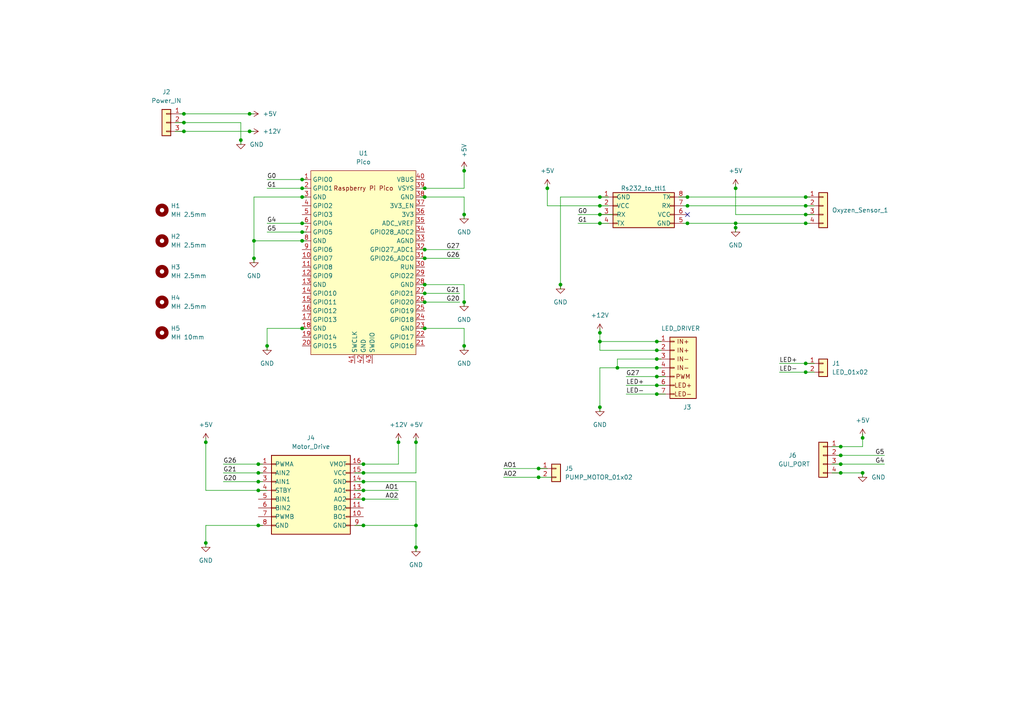
<source format=kicad_sch>
(kicad_sch (version 20211123) (generator eeschema)

  (uuid 9428c1ae-e6e4-4d72-9946-b46405884e9c)

  (paper "A4")

  (lib_symbols
    (symbol "Conn_01x04_1" (pin_names (offset 1.016) hide) (in_bom yes) (on_board yes)
      (property "Reference" "J" (id 0) (at 0 5.08 0)
        (effects (font (size 1.27 1.27)))
      )
      (property "Value" "Conn_01x04_1" (id 1) (at 0 -7.62 0)
        (effects (font (size 1.27 1.27)))
      )
      (property "Footprint" "" (id 2) (at 0 0 0)
        (effects (font (size 1.27 1.27)) hide)
      )
      (property "Datasheet" "~" (id 3) (at 0 0 0)
        (effects (font (size 1.27 1.27)) hide)
      )
      (property "ki_keywords" "connector" (id 4) (at 0 0 0)
        (effects (font (size 1.27 1.27)) hide)
      )
      (property "ki_description" "Generic connector, single row, 01x04, script generated (kicad-library-utils/schlib/autogen/connector/)" (id 5) (at 0 0 0)
        (effects (font (size 1.27 1.27)) hide)
      )
      (property "ki_fp_filters" "Connector*:*_1x??_*" (id 6) (at 0 0 0)
        (effects (font (size 1.27 1.27)) hide)
      )
      (symbol "Conn_01x04_1_1_1"
        (rectangle (start -1.27 -4.953) (end 0 -5.207)
          (stroke (width 0.1524) (type default) (color 0 0 0 0))
          (fill (type none))
        )
        (rectangle (start -1.27 -2.413) (end 0 -2.667)
          (stroke (width 0.1524) (type default) (color 0 0 0 0))
          (fill (type none))
        )
        (rectangle (start -1.27 0.127) (end 0 -0.127)
          (stroke (width 0.1524) (type default) (color 0 0 0 0))
          (fill (type none))
        )
        (rectangle (start -1.27 2.667) (end 0 2.413)
          (stroke (width 0.1524) (type default) (color 0 0 0 0))
          (fill (type none))
        )
        (rectangle (start -1.27 3.81) (end 1.27 -6.35)
          (stroke (width 0.254) (type default) (color 0 0 0 0))
          (fill (type background))
        )
        (pin passive line (at -5.08 2.54 0) (length 3.81)
          (name "Pin_1" (effects (font (size 1.27 1.27))))
          (number "1" (effects (font (size 1.27 1.27))))
        )
        (pin passive line (at -5.08 0 0) (length 3.81)
          (name "Pin_2" (effects (font (size 1.27 1.27))))
          (number "2" (effects (font (size 1.27 1.27))))
        )
        (pin passive line (at -5.08 -2.54 0) (length 3.81)
          (name "Pin_3" (effects (font (size 1.27 1.27))))
          (number "3" (effects (font (size 1.27 1.27))))
        )
        (pin passive line (at -5.08 -5.08 0) (length 3.81)
          (name "Pin_4" (effects (font (size 1.27 1.27))))
          (number "4" (effects (font (size 1.27 1.27))))
        )
      )
    )
    (symbol "Conn_02x04_Counter_Clockwise_1" (pin_names (offset 1.016)) (in_bom yes) (on_board yes)
      (property "Reference" "Rs232_to_ttl1" (id 0) (at 7.62 5.08 0)
        (effects (font (size 1.27 1.27)))
      )
      (property "Value" "Conn_02x04_Counter_Clockwise" (id 1) (at 1.27 6.35 0)
        (effects (font (size 1.27 1.27)) hide)
      )
      (property "Footprint" "" (id 2) (at 0 0 0)
        (effects (font (size 1.27 1.27)) hide)
      )
      (property "Datasheet" "~" (id 3) (at 0 0 0)
        (effects (font (size 1.27 1.27)) hide)
      )
      (property "ki_keywords" "connector" (id 4) (at 0 0 0)
        (effects (font (size 1.27 1.27)) hide)
      )
      (property "ki_description" "Generic connector, double row, 02x04, counter clockwise pin numbering scheme (similar to DIP packge numbering), script generated (kicad-library-utils/schlib/autogen/connector/)" (id 5) (at 0 0 0)
        (effects (font (size 1.27 1.27)) hide)
      )
      (property "ki_fp_filters" "Connector*:*_2x??_*" (id 6) (at 0 0 0)
        (effects (font (size 1.27 1.27)) hide)
      )
      (symbol "Conn_02x04_Counter_Clockwise_1_1_1"
        (rectangle (start -1.27 -4.953) (end 0 -5.207)
          (stroke (width 0.1524) (type default) (color 0 0 0 0))
          (fill (type none))
        )
        (rectangle (start -1.27 -2.413) (end 0 -2.667)
          (stroke (width 0.1524) (type default) (color 0 0 0 0))
          (fill (type none))
        )
        (rectangle (start -1.27 0.127) (end 0 -0.127)
          (stroke (width 0.1524) (type default) (color 0 0 0 0))
          (fill (type none))
        )
        (rectangle (start -1.27 2.667) (end 0 2.413)
          (stroke (width 0.1524) (type default) (color 0 0 0 0))
          (fill (type none))
        )
        (rectangle (start -1.27 3.81) (end 16.51 -6.35)
          (stroke (width 0.254) (type default) (color 0 0 0 0))
          (fill (type background))
        )
        (rectangle (start 16.51 -4.953) (end 15.24 -5.207)
          (stroke (width 0.1524) (type default) (color 0 0 0 0))
          (fill (type none))
        )
        (rectangle (start 16.51 -2.413) (end 15.24 -2.667)
          (stroke (width 0.1524) (type default) (color 0 0 0 0))
          (fill (type none))
        )
        (rectangle (start 16.51 0.127) (end 15.24 -0.127)
          (stroke (width 0.1524) (type default) (color 0 0 0 0))
          (fill (type none))
        )
        (rectangle (start 16.51 2.667) (end 15.24 2.413)
          (stroke (width 0.1524) (type default) (color 0 0 0 0))
          (fill (type none))
        )
        (pin passive line (at -5.08 2.54 0) (length 3.81)
          (name "GND" (effects (font (size 1.27 1.27))))
          (number "1" (effects (font (size 1.27 1.27))))
        )
        (pin passive line (at -5.08 0 0) (length 3.81)
          (name "VCC" (effects (font (size 1.27 1.27))))
          (number "2" (effects (font (size 1.27 1.27))))
        )
        (pin passive line (at -5.08 -2.54 0) (length 3.81)
          (name "RX" (effects (font (size 1.27 1.27))))
          (number "3" (effects (font (size 1.27 1.27))))
        )
        (pin passive line (at -5.08 -5.08 0) (length 3.81)
          (name "TX" (effects (font (size 1.27 1.27))))
          (number "4" (effects (font (size 1.27 1.27))))
        )
        (pin passive line (at 20.32 -5.08 180) (length 3.81)
          (name "GND" (effects (font (size 1.27 1.27))))
          (number "5" (effects (font (size 1.27 1.27))))
        )
        (pin passive line (at 20.32 -2.54 180) (length 3.81)
          (name "VCC" (effects (font (size 1.27 1.27))))
          (number "6" (effects (font (size 1.27 1.27))))
        )
        (pin passive line (at 20.32 0 180) (length 3.81)
          (name "RX" (effects (font (size 1.27 1.27))))
          (number "7" (effects (font (size 1.27 1.27))))
        )
        (pin passive line (at 20.32 2.54 180) (length 3.81)
          (name "TX" (effects (font (size 1.27 1.27))))
          (number "8" (effects (font (size 1.27 1.27))))
        )
      )
    )
    (symbol "Connector_Generic:Conn_01x02" (pin_names (offset 1.016) hide) (in_bom yes) (on_board yes)
      (property "Reference" "J" (id 0) (at 0 2.54 0)
        (effects (font (size 1.27 1.27)))
      )
      (property "Value" "Conn_01x02" (id 1) (at 0 -5.08 0)
        (effects (font (size 1.27 1.27)))
      )
      (property "Footprint" "" (id 2) (at 0 0 0)
        (effects (font (size 1.27 1.27)) hide)
      )
      (property "Datasheet" "~" (id 3) (at 0 0 0)
        (effects (font (size 1.27 1.27)) hide)
      )
      (property "ki_keywords" "connector" (id 4) (at 0 0 0)
        (effects (font (size 1.27 1.27)) hide)
      )
      (property "ki_description" "Generic connector, single row, 01x02, script generated (kicad-library-utils/schlib/autogen/connector/)" (id 5) (at 0 0 0)
        (effects (font (size 1.27 1.27)) hide)
      )
      (property "ki_fp_filters" "Connector*:*_1x??_*" (id 6) (at 0 0 0)
        (effects (font (size 1.27 1.27)) hide)
      )
      (symbol "Conn_01x02_1_1"
        (rectangle (start -1.27 -2.413) (end 0 -2.667)
          (stroke (width 0.1524) (type default) (color 0 0 0 0))
          (fill (type none))
        )
        (rectangle (start -1.27 0.127) (end 0 -0.127)
          (stroke (width 0.1524) (type default) (color 0 0 0 0))
          (fill (type none))
        )
        (rectangle (start -1.27 1.27) (end 1.27 -3.81)
          (stroke (width 0.254) (type default) (color 0 0 0 0))
          (fill (type background))
        )
        (pin passive line (at -5.08 0 0) (length 3.81)
          (name "Pin_1" (effects (font (size 1.27 1.27))))
          (number "1" (effects (font (size 1.27 1.27))))
        )
        (pin passive line (at -5.08 -2.54 0) (length 3.81)
          (name "Pin_2" (effects (font (size 1.27 1.27))))
          (number "2" (effects (font (size 1.27 1.27))))
        )
      )
    )
    (symbol "Connector_Generic:Conn_01x03" (pin_names (offset 1.016) hide) (in_bom yes) (on_board yes)
      (property "Reference" "J" (id 0) (at 0 5.08 0)
        (effects (font (size 1.27 1.27)))
      )
      (property "Value" "Conn_01x03" (id 1) (at 0 -5.08 0)
        (effects (font (size 1.27 1.27)))
      )
      (property "Footprint" "" (id 2) (at 0 0 0)
        (effects (font (size 1.27 1.27)) hide)
      )
      (property "Datasheet" "~" (id 3) (at 0 0 0)
        (effects (font (size 1.27 1.27)) hide)
      )
      (property "ki_keywords" "connector" (id 4) (at 0 0 0)
        (effects (font (size 1.27 1.27)) hide)
      )
      (property "ki_description" "Generic connector, single row, 01x03, script generated (kicad-library-utils/schlib/autogen/connector/)" (id 5) (at 0 0 0)
        (effects (font (size 1.27 1.27)) hide)
      )
      (property "ki_fp_filters" "Connector*:*_1x??_*" (id 6) (at 0 0 0)
        (effects (font (size 1.27 1.27)) hide)
      )
      (symbol "Conn_01x03_1_1"
        (rectangle (start -1.27 -2.413) (end 0 -2.667)
          (stroke (width 0.1524) (type default) (color 0 0 0 0))
          (fill (type none))
        )
        (rectangle (start -1.27 0.127) (end 0 -0.127)
          (stroke (width 0.1524) (type default) (color 0 0 0 0))
          (fill (type none))
        )
        (rectangle (start -1.27 2.667) (end 0 2.413)
          (stroke (width 0.1524) (type default) (color 0 0 0 0))
          (fill (type none))
        )
        (rectangle (start -1.27 3.81) (end 1.27 -3.81)
          (stroke (width 0.254) (type default) (color 0 0 0 0))
          (fill (type background))
        )
        (pin passive line (at -5.08 2.54 0) (length 3.81)
          (name "Pin_1" (effects (font (size 1.27 1.27))))
          (number "1" (effects (font (size 1.27 1.27))))
        )
        (pin passive line (at -5.08 0 0) (length 3.81)
          (name "Pin_2" (effects (font (size 1.27 1.27))))
          (number "2" (effects (font (size 1.27 1.27))))
        )
        (pin passive line (at -5.08 -2.54 0) (length 3.81)
          (name "Pin_3" (effects (font (size 1.27 1.27))))
          (number "3" (effects (font (size 1.27 1.27))))
        )
      )
    )
    (symbol "Connector_Generic:Conn_01x04" (pin_names (offset 1.016) hide) (in_bom yes) (on_board yes)
      (property "Reference" "J" (id 0) (at 0 5.08 0)
        (effects (font (size 1.27 1.27)))
      )
      (property "Value" "Conn_01x04" (id 1) (at 0 -7.62 0)
        (effects (font (size 1.27 1.27)))
      )
      (property "Footprint" "" (id 2) (at 0 0 0)
        (effects (font (size 1.27 1.27)) hide)
      )
      (property "Datasheet" "~" (id 3) (at 0 0 0)
        (effects (font (size 1.27 1.27)) hide)
      )
      (property "ki_keywords" "connector" (id 4) (at 0 0 0)
        (effects (font (size 1.27 1.27)) hide)
      )
      (property "ki_description" "Generic connector, single row, 01x04, script generated (kicad-library-utils/schlib/autogen/connector/)" (id 5) (at 0 0 0)
        (effects (font (size 1.27 1.27)) hide)
      )
      (property "ki_fp_filters" "Connector*:*_1x??_*" (id 6) (at 0 0 0)
        (effects (font (size 1.27 1.27)) hide)
      )
      (symbol "Conn_01x04_1_1"
        (rectangle (start -1.27 -4.953) (end 0 -5.207)
          (stroke (width 0.1524) (type default) (color 0 0 0 0))
          (fill (type none))
        )
        (rectangle (start -1.27 -2.413) (end 0 -2.667)
          (stroke (width 0.1524) (type default) (color 0 0 0 0))
          (fill (type none))
        )
        (rectangle (start -1.27 0.127) (end 0 -0.127)
          (stroke (width 0.1524) (type default) (color 0 0 0 0))
          (fill (type none))
        )
        (rectangle (start -1.27 2.667) (end 0 2.413)
          (stroke (width 0.1524) (type default) (color 0 0 0 0))
          (fill (type none))
        )
        (rectangle (start -1.27 3.81) (end 1.27 -6.35)
          (stroke (width 0.254) (type default) (color 0 0 0 0))
          (fill (type background))
        )
        (pin passive line (at -5.08 2.54 0) (length 3.81)
          (name "Pin_1" (effects (font (size 1.27 1.27))))
          (number "1" (effects (font (size 1.27 1.27))))
        )
        (pin passive line (at -5.08 0 0) (length 3.81)
          (name "Pin_2" (effects (font (size 1.27 1.27))))
          (number "2" (effects (font (size 1.27 1.27))))
        )
        (pin passive line (at -5.08 -2.54 0) (length 3.81)
          (name "Pin_3" (effects (font (size 1.27 1.27))))
          (number "3" (effects (font (size 1.27 1.27))))
        )
        (pin passive line (at -5.08 -5.08 0) (length 3.81)
          (name "Pin_4" (effects (font (size 1.27 1.27))))
          (number "4" (effects (font (size 1.27 1.27))))
        )
      )
    )
    (symbol "Connector_Generic:Conn_01x07" (pin_names (offset 1.016) hide) (in_bom yes) (on_board yes)
      (property "Reference" "J3" (id 0) (at -2.54 -1.2701 0)
        (effects (font (size 1.27 1.27)) (justify left))
      )
      (property "Value" "LED_DRIVER" (id 1) (at -5.08 11.43 0)
        (effects (font (size 1.27 1.27)) (justify left))
      )
      (property "Footprint" "MCU_RaspberryPi_and_Boards:JZ led driver" (id 2) (at 1.27 16.51 0)
        (effects (font (size 1.27 1.27)) hide)
      )
      (property "Datasheet" "~" (id 3) (at 0 0 0)
        (effects (font (size 1.27 1.27)) hide)
      )
      (property "ki_keywords" "connector" (id 4) (at 0 0 0)
        (effects (font (size 1.27 1.27)) hide)
      )
      (property "ki_description" "Generic connector, single row, 01x07, script generated (kicad-library-utils/schlib/autogen/connector/)" (id 5) (at 0 0 0)
        (effects (font (size 1.27 1.27)) hide)
      )
      (property "ki_fp_filters" "Connector*:*_1x??_*" (id 6) (at 0 0 0)
        (effects (font (size 1.27 1.27)) hide)
      )
      (symbol "Conn_01x07_0_0"
        (text "IN+" (at 2.54 5.08 0)
          (effects (font (size 1.27 1.27)))
        )
        (text "IN+" (at 2.54 7.62 0)
          (effects (font (size 1.27 1.27)))
        )
        (text "IN-" (at 2.54 0 0)
          (effects (font (size 1.27 1.27)))
        )
        (text "IN-" (at 2.54 2.54 0)
          (effects (font (size 1.27 1.27)))
        )
        (text "LED+" (at 2.54 -5.08 0)
          (effects (font (size 1.27 1.27)))
        )
        (text "LED-" (at 2.54 -7.62 0)
          (effects (font (size 1.27 1.27)))
        )
        (text "PWM" (at 2.54 -2.54 0)
          (effects (font (size 1.27 1.27)))
        )
      )
      (symbol "Conn_01x07_1_1"
        (rectangle (start -1.27 -7.493) (end 0 -7.747)
          (stroke (width 0.1524) (type default) (color 0 0 0 0))
          (fill (type none))
        )
        (rectangle (start -1.27 -4.953) (end 0 -5.207)
          (stroke (width 0.1524) (type default) (color 0 0 0 0))
          (fill (type none))
        )
        (rectangle (start -1.27 -2.413) (end 0 -2.667)
          (stroke (width 0.1524) (type default) (color 0 0 0 0))
          (fill (type none))
        )
        (rectangle (start -1.27 0.127) (end 0 -0.127)
          (stroke (width 0.1524) (type default) (color 0 0 0 0))
          (fill (type none))
        )
        (rectangle (start -1.27 2.667) (end 0 2.413)
          (stroke (width 0.1524) (type default) (color 0 0 0 0))
          (fill (type none))
        )
        (rectangle (start -1.27 5.207) (end 0 4.953)
          (stroke (width 0.1524) (type default) (color 0 0 0 0))
          (fill (type none))
        )
        (rectangle (start -1.27 7.747) (end 0 7.493)
          (stroke (width 0.1524) (type default) (color 0 0 0 0))
          (fill (type none))
        )
        (rectangle (start -1.27 8.89) (end 6.35 -8.89)
          (stroke (width 0.254) (type default) (color 0 0 0 0))
          (fill (type background))
        )
        (pin passive line (at -5.08 7.62 0) (length 3.81)
          (name "Pin_1" (effects (font (size 1.27 1.27))))
          (number "1" (effects (font (size 1.27 1.27))))
        )
        (pin passive line (at -5.08 5.08 0) (length 3.81)
          (name "Pin_2" (effects (font (size 1.27 1.27))))
          (number "2" (effects (font (size 1.27 1.27))))
        )
        (pin passive line (at -5.08 2.54 0) (length 3.81)
          (name "Pin_3" (effects (font (size 1.27 1.27))))
          (number "3" (effects (font (size 1.27 1.27))))
        )
        (pin passive line (at -5.08 0 0) (length 3.81)
          (name "Pin_4" (effects (font (size 1.27 1.27))))
          (number "4" (effects (font (size 1.27 1.27))))
        )
        (pin passive line (at -5.08 -2.54 0) (length 3.81)
          (name "Pin_5" (effects (font (size 1.27 1.27))))
          (number "5" (effects (font (size 1.27 1.27))))
        )
        (pin passive line (at -5.08 -5.08 0) (length 3.81)
          (name "Pin_6" (effects (font (size 1.27 1.27))))
          (number "6" (effects (font (size 1.27 1.27))))
        )
        (pin passive line (at -5.08 -7.62 0) (length 3.81)
          (name "Pin_7" (effects (font (size 1.27 1.27))))
          (number "7" (effects (font (size 1.27 1.27))))
        )
      )
    )
    (symbol "Connector_Generic:Conn_02x08_Top_Bottom" (pin_names (offset 1.016)) (in_bom yes) (on_board yes)
      (property "Reference" "J2" (id 0) (at 1.27 27.94 0)
        (effects (font (size 1.27 1.27)))
      )
      (property "Value" "Motor_Drive" (id 1) (at 1.27 25.4 0)
        (effects (font (size 1.27 1.27)))
      )
      (property "Footprint" "serialport expander 2x12pin 2.54mm:TB6612FNG" (id 2) (at 0 17.78 0)
        (effects (font (size 1.27 1.27)) hide)
      )
      (property "Datasheet" "~" (id 3) (at -10.16 1.27 0)
        (effects (font (size 1.27 1.27)) hide)
      )
      (property "ki_keywords" "connector" (id 4) (at 0 0 0)
        (effects (font (size 1.27 1.27)) hide)
      )
      (property "ki_description" "Generic connector, double row, 02x08, top/bottom pin numbering scheme (row 1: 1...pins_per_row, row2: pins_per_row+1 ... num_pins), script generated (kicad-library-utils/schlib/autogen/connector/)" (id 5) (at 0 0 0)
        (effects (font (size 1.27 1.27)) hide)
      )
      (property "ki_fp_filters" "Connector*:*_2x??_*" (id 6) (at 0 0 0)
        (effects (font (size 1.27 1.27)) hide)
      )
      (symbol "Conn_02x08_Top_Bottom_1_1"
        (rectangle (start -11.43 -8.763) (end -10.16 -9.017)
          (stroke (width 0.1524) (type default) (color 0 0 0 0))
          (fill (type none))
        )
        (rectangle (start -11.43 -6.223) (end -10.16 -6.477)
          (stroke (width 0.1524) (type default) (color 0 0 0 0))
          (fill (type none))
        )
        (rectangle (start -11.43 -3.683) (end -10.16 -3.937)
          (stroke (width 0.1524) (type default) (color 0 0 0 0))
          (fill (type none))
        )
        (rectangle (start -11.43 -1.143) (end -10.16 -1.397)
          (stroke (width 0.1524) (type default) (color 0 0 0 0))
          (fill (type none))
        )
        (rectangle (start -11.43 1.397) (end -10.16 1.143)
          (stroke (width 0.1524) (type default) (color 0 0 0 0))
          (fill (type none))
        )
        (rectangle (start -11.43 3.937) (end -10.16 3.683)
          (stroke (width 0.1524) (type default) (color 0 0 0 0))
          (fill (type none))
        )
        (rectangle (start -11.43 6.477) (end -10.16 6.223)
          (stroke (width 0.1524) (type default) (color 0 0 0 0))
          (fill (type none))
        )
        (rectangle (start -11.43 9.017) (end -10.16 8.763)
          (stroke (width 0.1524) (type default) (color 0 0 0 0))
          (fill (type none))
        )
        (rectangle (start -11.43 11.43) (end 11.43 -11.43)
          (stroke (width 0.254) (type default) (color 0 0 0 0))
          (fill (type background))
        )
        (rectangle (start 11.43 -8.763) (end 10.16 -9.017)
          (stroke (width 0.1524) (type default) (color 0 0 0 0))
          (fill (type none))
        )
        (rectangle (start 11.43 -6.223) (end 10.16 -6.477)
          (stroke (width 0.1524) (type default) (color 0 0 0 0))
          (fill (type none))
        )
        (rectangle (start 11.43 -3.683) (end 10.16 -3.937)
          (stroke (width 0.1524) (type default) (color 0 0 0 0))
          (fill (type none))
        )
        (rectangle (start 11.43 -1.143) (end 10.16 -1.397)
          (stroke (width 0.1524) (type default) (color 0 0 0 0))
          (fill (type none))
        )
        (rectangle (start 11.43 1.397) (end 10.16 1.143)
          (stroke (width 0.1524) (type default) (color 0 0 0 0))
          (fill (type none))
        )
        (rectangle (start 11.43 3.937) (end 10.16 3.683)
          (stroke (width 0.1524) (type default) (color 0 0 0 0))
          (fill (type none))
        )
        (rectangle (start 11.43 6.477) (end 10.16 6.223)
          (stroke (width 0.1524) (type default) (color 0 0 0 0))
          (fill (type none))
        )
        (rectangle (start 11.43 9.017) (end 10.16 8.763)
          (stroke (width 0.1524) (type default) (color 0 0 0 0))
          (fill (type none))
        )
        (pin passive line (at -15.24 8.89 0) (length 3.81)
          (name "PWMA" (effects (font (size 1.27 1.27))))
          (number "1" (effects (font (size 1.27 1.27))))
        )
        (pin passive line (at 15.24 -6.35 180) (length 3.81)
          (name "BO1" (effects (font (size 1.27 1.27))))
          (number "10" (effects (font (size 1.27 1.27))))
        )
        (pin passive line (at 15.24 -3.81 180) (length 3.81)
          (name "BO2" (effects (font (size 1.27 1.27))))
          (number "11" (effects (font (size 1.27 1.27))))
        )
        (pin passive line (at 15.24 -1.27 180) (length 3.81)
          (name "AO2" (effects (font (size 1.27 1.27))))
          (number "12" (effects (font (size 1.27 1.27))))
        )
        (pin passive line (at 15.24 1.27 180) (length 3.81)
          (name "AO1" (effects (font (size 1.27 1.27))))
          (number "13" (effects (font (size 1.27 1.27))))
        )
        (pin passive line (at 15.24 3.81 180) (length 3.81)
          (name "GND" (effects (font (size 1.27 1.27))))
          (number "14" (effects (font (size 1.27 1.27))))
        )
        (pin passive line (at 15.24 6.35 180) (length 3.81)
          (name "VCC" (effects (font (size 1.27 1.27))))
          (number "15" (effects (font (size 1.27 1.27))))
        )
        (pin passive line (at 15.24 8.89 180) (length 3.81)
          (name "VMOT" (effects (font (size 1.27 1.27))))
          (number "16" (effects (font (size 1.27 1.27))))
        )
        (pin passive line (at -15.24 6.35 0) (length 3.81)
          (name "AIN2" (effects (font (size 1.27 1.27))))
          (number "2" (effects (font (size 1.27 1.27))))
        )
        (pin passive line (at -15.24 3.81 0) (length 3.81)
          (name "AIN1" (effects (font (size 1.27 1.27))))
          (number "3" (effects (font (size 1.27 1.27))))
        )
        (pin passive line (at -15.24 1.27 0) (length 3.81)
          (name "STBY" (effects (font (size 1.27 1.27))))
          (number "4" (effects (font (size 1.27 1.27))))
        )
        (pin passive line (at -15.24 -1.27 0) (length 3.81)
          (name "BIN1" (effects (font (size 1.27 1.27))))
          (number "5" (effects (font (size 1.27 1.27))))
        )
        (pin passive line (at -15.24 -3.81 0) (length 3.81)
          (name "BIN2" (effects (font (size 1.27 1.27))))
          (number "6" (effects (font (size 1.27 1.27))))
        )
        (pin passive line (at -15.24 -6.35 0) (length 3.81)
          (name "PWMB" (effects (font (size 1.27 1.27))))
          (number "7" (effects (font (size 1.27 1.27))))
        )
        (pin passive line (at -15.24 -8.89 0) (length 3.81)
          (name "GND" (effects (font (size 1.27 1.27))))
          (number "8" (effects (font (size 1.27 1.27))))
        )
        (pin passive line (at 15.24 -8.89 180) (length 3.81)
          (name "GND" (effects (font (size 1.27 1.27))))
          (number "9" (effects (font (size 1.27 1.27))))
        )
      )
    )
    (symbol "MCU_RaspberryPi_and_Boards:Pico" (in_bom yes) (on_board yes)
      (property "Reference" "U" (id 0) (at -13.97 27.94 0)
        (effects (font (size 1.27 1.27)))
      )
      (property "Value" "Pico" (id 1) (at 0 19.05 0)
        (effects (font (size 1.27 1.27)))
      )
      (property "Footprint" "RPi_Pico:RPi_Pico_SMD_TH" (id 2) (at 0 0 90)
        (effects (font (size 1.27 1.27)) hide)
      )
      (property "Datasheet" "" (id 3) (at 0 0 0)
        (effects (font (size 1.27 1.27)) hide)
      )
      (symbol "Pico_0_0"
        (text "Raspberry Pi Pico" (at 0 21.59 0)
          (effects (font (size 1.27 1.27)))
        )
      )
      (symbol "Pico_0_1"
        (rectangle (start -15.24 26.67) (end 15.24 -26.67)
          (stroke (width 0) (type default) (color 0 0 0 0))
          (fill (type background))
        )
      )
      (symbol "Pico_1_1"
        (pin bidirectional line (at -17.78 24.13 0) (length 2.54)
          (name "GPIO0" (effects (font (size 1.27 1.27))))
          (number "1" (effects (font (size 1.27 1.27))))
        )
        (pin bidirectional line (at -17.78 1.27 0) (length 2.54)
          (name "GPIO7" (effects (font (size 1.27 1.27))))
          (number "10" (effects (font (size 1.27 1.27))))
        )
        (pin bidirectional line (at -17.78 -1.27 0) (length 2.54)
          (name "GPIO8" (effects (font (size 1.27 1.27))))
          (number "11" (effects (font (size 1.27 1.27))))
        )
        (pin bidirectional line (at -17.78 -3.81 0) (length 2.54)
          (name "GPIO9" (effects (font (size 1.27 1.27))))
          (number "12" (effects (font (size 1.27 1.27))))
        )
        (pin power_in line (at -17.78 -6.35 0) (length 2.54)
          (name "GND" (effects (font (size 1.27 1.27))))
          (number "13" (effects (font (size 1.27 1.27))))
        )
        (pin bidirectional line (at -17.78 -8.89 0) (length 2.54)
          (name "GPIO10" (effects (font (size 1.27 1.27))))
          (number "14" (effects (font (size 1.27 1.27))))
        )
        (pin bidirectional line (at -17.78 -11.43 0) (length 2.54)
          (name "GPIO11" (effects (font (size 1.27 1.27))))
          (number "15" (effects (font (size 1.27 1.27))))
        )
        (pin bidirectional line (at -17.78 -13.97 0) (length 2.54)
          (name "GPIO12" (effects (font (size 1.27 1.27))))
          (number "16" (effects (font (size 1.27 1.27))))
        )
        (pin bidirectional line (at -17.78 -16.51 0) (length 2.54)
          (name "GPIO13" (effects (font (size 1.27 1.27))))
          (number "17" (effects (font (size 1.27 1.27))))
        )
        (pin power_in line (at -17.78 -19.05 0) (length 2.54)
          (name "GND" (effects (font (size 1.27 1.27))))
          (number "18" (effects (font (size 1.27 1.27))))
        )
        (pin bidirectional line (at -17.78 -21.59 0) (length 2.54)
          (name "GPIO14" (effects (font (size 1.27 1.27))))
          (number "19" (effects (font (size 1.27 1.27))))
        )
        (pin bidirectional line (at -17.78 21.59 0) (length 2.54)
          (name "GPIO1" (effects (font (size 1.27 1.27))))
          (number "2" (effects (font (size 1.27 1.27))))
        )
        (pin bidirectional line (at -17.78 -24.13 0) (length 2.54)
          (name "GPIO15" (effects (font (size 1.27 1.27))))
          (number "20" (effects (font (size 1.27 1.27))))
        )
        (pin bidirectional line (at 17.78 -24.13 180) (length 2.54)
          (name "GPIO16" (effects (font (size 1.27 1.27))))
          (number "21" (effects (font (size 1.27 1.27))))
        )
        (pin bidirectional line (at 17.78 -21.59 180) (length 2.54)
          (name "GPIO17" (effects (font (size 1.27 1.27))))
          (number "22" (effects (font (size 1.27 1.27))))
        )
        (pin power_in line (at 17.78 -19.05 180) (length 2.54)
          (name "GND" (effects (font (size 1.27 1.27))))
          (number "23" (effects (font (size 1.27 1.27))))
        )
        (pin bidirectional line (at 17.78 -16.51 180) (length 2.54)
          (name "GPIO18" (effects (font (size 1.27 1.27))))
          (number "24" (effects (font (size 1.27 1.27))))
        )
        (pin bidirectional line (at 17.78 -13.97 180) (length 2.54)
          (name "GPIO19" (effects (font (size 1.27 1.27))))
          (number "25" (effects (font (size 1.27 1.27))))
        )
        (pin bidirectional line (at 17.78 -11.43 180) (length 2.54)
          (name "GPIO20" (effects (font (size 1.27 1.27))))
          (number "26" (effects (font (size 1.27 1.27))))
        )
        (pin bidirectional line (at 17.78 -8.89 180) (length 2.54)
          (name "GPIO21" (effects (font (size 1.27 1.27))))
          (number "27" (effects (font (size 1.27 1.27))))
        )
        (pin power_in line (at 17.78 -6.35 180) (length 2.54)
          (name "GND" (effects (font (size 1.27 1.27))))
          (number "28" (effects (font (size 1.27 1.27))))
        )
        (pin bidirectional line (at 17.78 -3.81 180) (length 2.54)
          (name "GPIO22" (effects (font (size 1.27 1.27))))
          (number "29" (effects (font (size 1.27 1.27))))
        )
        (pin power_in line (at -17.78 19.05 0) (length 2.54)
          (name "GND" (effects (font (size 1.27 1.27))))
          (number "3" (effects (font (size 1.27 1.27))))
        )
        (pin input line (at 17.78 -1.27 180) (length 2.54)
          (name "RUN" (effects (font (size 1.27 1.27))))
          (number "30" (effects (font (size 1.27 1.27))))
        )
        (pin bidirectional line (at 17.78 1.27 180) (length 2.54)
          (name "GPIO26_ADC0" (effects (font (size 1.27 1.27))))
          (number "31" (effects (font (size 1.27 1.27))))
        )
        (pin bidirectional line (at 17.78 3.81 180) (length 2.54)
          (name "GPIO27_ADC1" (effects (font (size 1.27 1.27))))
          (number "32" (effects (font (size 1.27 1.27))))
        )
        (pin power_in line (at 17.78 6.35 180) (length 2.54)
          (name "AGND" (effects (font (size 1.27 1.27))))
          (number "33" (effects (font (size 1.27 1.27))))
        )
        (pin bidirectional line (at 17.78 8.89 180) (length 2.54)
          (name "GPIO28_ADC2" (effects (font (size 1.27 1.27))))
          (number "34" (effects (font (size 1.27 1.27))))
        )
        (pin power_in line (at 17.78 11.43 180) (length 2.54)
          (name "ADC_VREF" (effects (font (size 1.27 1.27))))
          (number "35" (effects (font (size 1.27 1.27))))
        )
        (pin power_in line (at 17.78 13.97 180) (length 2.54)
          (name "3V3" (effects (font (size 1.27 1.27))))
          (number "36" (effects (font (size 1.27 1.27))))
        )
        (pin input line (at 17.78 16.51 180) (length 2.54)
          (name "3V3_EN" (effects (font (size 1.27 1.27))))
          (number "37" (effects (font (size 1.27 1.27))))
        )
        (pin bidirectional line (at 17.78 19.05 180) (length 2.54)
          (name "GND" (effects (font (size 1.27 1.27))))
          (number "38" (effects (font (size 1.27 1.27))))
        )
        (pin power_in line (at 17.78 21.59 180) (length 2.54)
          (name "VSYS" (effects (font (size 1.27 1.27))))
          (number "39" (effects (font (size 1.27 1.27))))
        )
        (pin bidirectional line (at -17.78 16.51 0) (length 2.54)
          (name "GPIO2" (effects (font (size 1.27 1.27))))
          (number "4" (effects (font (size 1.27 1.27))))
        )
        (pin power_in line (at 17.78 24.13 180) (length 2.54)
          (name "VBUS" (effects (font (size 1.27 1.27))))
          (number "40" (effects (font (size 1.27 1.27))))
        )
        (pin input line (at -2.54 -29.21 90) (length 2.54)
          (name "SWCLK" (effects (font (size 1.27 1.27))))
          (number "41" (effects (font (size 1.27 1.27))))
        )
        (pin power_in line (at 0 -29.21 90) (length 2.54)
          (name "GND" (effects (font (size 1.27 1.27))))
          (number "42" (effects (font (size 1.27 1.27))))
        )
        (pin bidirectional line (at 2.54 -29.21 90) (length 2.54)
          (name "SWDIO" (effects (font (size 1.27 1.27))))
          (number "43" (effects (font (size 1.27 1.27))))
        )
        (pin bidirectional line (at -17.78 13.97 0) (length 2.54)
          (name "GPIO3" (effects (font (size 1.27 1.27))))
          (number "5" (effects (font (size 1.27 1.27))))
        )
        (pin bidirectional line (at -17.78 11.43 0) (length 2.54)
          (name "GPIO4" (effects (font (size 1.27 1.27))))
          (number "6" (effects (font (size 1.27 1.27))))
        )
        (pin bidirectional line (at -17.78 8.89 0) (length 2.54)
          (name "GPIO5" (effects (font (size 1.27 1.27))))
          (number "7" (effects (font (size 1.27 1.27))))
        )
        (pin power_in line (at -17.78 6.35 0) (length 2.54)
          (name "GND" (effects (font (size 1.27 1.27))))
          (number "8" (effects (font (size 1.27 1.27))))
        )
        (pin bidirectional line (at -17.78 3.81 0) (length 2.54)
          (name "GPIO6" (effects (font (size 1.27 1.27))))
          (number "9" (effects (font (size 1.27 1.27))))
        )
      )
    )
    (symbol "Mechanical:MountingHole" (pin_names (offset 1.016)) (in_bom yes) (on_board yes)
      (property "Reference" "H" (id 0) (at 0 5.08 0)
        (effects (font (size 1.27 1.27)))
      )
      (property "Value" "MountingHole" (id 1) (at 0 3.175 0)
        (effects (font (size 1.27 1.27)))
      )
      (property "Footprint" "" (id 2) (at 0 0 0)
        (effects (font (size 1.27 1.27)) hide)
      )
      (property "Datasheet" "~" (id 3) (at 0 0 0)
        (effects (font (size 1.27 1.27)) hide)
      )
      (property "ki_keywords" "mounting hole" (id 4) (at 0 0 0)
        (effects (font (size 1.27 1.27)) hide)
      )
      (property "ki_description" "Mounting Hole without connection" (id 5) (at 0 0 0)
        (effects (font (size 1.27 1.27)) hide)
      )
      (property "ki_fp_filters" "MountingHole*" (id 6) (at 0 0 0)
        (effects (font (size 1.27 1.27)) hide)
      )
      (symbol "MountingHole_0_1"
        (circle (center 0 0) (radius 1.27)
          (stroke (width 1.27) (type default) (color 0 0 0 0))
          (fill (type none))
        )
      )
    )
    (symbol "power:+12V" (power) (pin_names (offset 0)) (in_bom yes) (on_board yes)
      (property "Reference" "#PWR" (id 0) (at 0 -3.81 0)
        (effects (font (size 1.27 1.27)) hide)
      )
      (property "Value" "+12V" (id 1) (at 0 3.556 0)
        (effects (font (size 1.27 1.27)))
      )
      (property "Footprint" "" (id 2) (at 0 0 0)
        (effects (font (size 1.27 1.27)) hide)
      )
      (property "Datasheet" "" (id 3) (at 0 0 0)
        (effects (font (size 1.27 1.27)) hide)
      )
      (property "ki_keywords" "power-flag" (id 4) (at 0 0 0)
        (effects (font (size 1.27 1.27)) hide)
      )
      (property "ki_description" "Power symbol creates a global label with name \"+12V\"" (id 5) (at 0 0 0)
        (effects (font (size 1.27 1.27)) hide)
      )
      (symbol "+12V_0_1"
        (polyline
          (pts
            (xy -0.762 1.27)
            (xy 0 2.54)
          )
          (stroke (width 0) (type default) (color 0 0 0 0))
          (fill (type none))
        )
        (polyline
          (pts
            (xy 0 0)
            (xy 0 2.54)
          )
          (stroke (width 0) (type default) (color 0 0 0 0))
          (fill (type none))
        )
        (polyline
          (pts
            (xy 0 2.54)
            (xy 0.762 1.27)
          )
          (stroke (width 0) (type default) (color 0 0 0 0))
          (fill (type none))
        )
      )
      (symbol "+12V_1_1"
        (pin power_in line (at 0 0 90) (length 0) hide
          (name "+12V" (effects (font (size 1.27 1.27))))
          (number "1" (effects (font (size 1.27 1.27))))
        )
      )
    )
    (symbol "power:+5V" (power) (pin_names (offset 0)) (in_bom yes) (on_board yes)
      (property "Reference" "#PWR" (id 0) (at 0 -3.81 0)
        (effects (font (size 1.27 1.27)) hide)
      )
      (property "Value" "+5V" (id 1) (at 0 3.556 0)
        (effects (font (size 1.27 1.27)))
      )
      (property "Footprint" "" (id 2) (at 0 0 0)
        (effects (font (size 1.27 1.27)) hide)
      )
      (property "Datasheet" "" (id 3) (at 0 0 0)
        (effects (font (size 1.27 1.27)) hide)
      )
      (property "ki_keywords" "power-flag" (id 4) (at 0 0 0)
        (effects (font (size 1.27 1.27)) hide)
      )
      (property "ki_description" "Power symbol creates a global label with name \"+5V\"" (id 5) (at 0 0 0)
        (effects (font (size 1.27 1.27)) hide)
      )
      (symbol "+5V_0_1"
        (polyline
          (pts
            (xy -0.762 1.27)
            (xy 0 2.54)
          )
          (stroke (width 0) (type default) (color 0 0 0 0))
          (fill (type none))
        )
        (polyline
          (pts
            (xy 0 0)
            (xy 0 2.54)
          )
          (stroke (width 0) (type default) (color 0 0 0 0))
          (fill (type none))
        )
        (polyline
          (pts
            (xy 0 2.54)
            (xy 0.762 1.27)
          )
          (stroke (width 0) (type default) (color 0 0 0 0))
          (fill (type none))
        )
      )
      (symbol "+5V_1_1"
        (pin power_in line (at 0 0 90) (length 0) hide
          (name "+5V" (effects (font (size 1.27 1.27))))
          (number "1" (effects (font (size 1.27 1.27))))
        )
      )
    )
    (symbol "power:GND" (power) (pin_names (offset 0)) (in_bom yes) (on_board yes)
      (property "Reference" "#PWR" (id 0) (at 0 -6.35 0)
        (effects (font (size 1.27 1.27)) hide)
      )
      (property "Value" "GND" (id 1) (at 0 -3.81 0)
        (effects (font (size 1.27 1.27)))
      )
      (property "Footprint" "" (id 2) (at 0 0 0)
        (effects (font (size 1.27 1.27)) hide)
      )
      (property "Datasheet" "" (id 3) (at 0 0 0)
        (effects (font (size 1.27 1.27)) hide)
      )
      (property "ki_keywords" "power-flag" (id 4) (at 0 0 0)
        (effects (font (size 1.27 1.27)) hide)
      )
      (property "ki_description" "Power symbol creates a global label with name \"GND\" , ground" (id 5) (at 0 0 0)
        (effects (font (size 1.27 1.27)) hide)
      )
      (symbol "GND_0_1"
        (polyline
          (pts
            (xy 0 0)
            (xy 0 -1.27)
            (xy 1.27 -1.27)
            (xy 0 -2.54)
            (xy -1.27 -1.27)
            (xy 0 -1.27)
          )
          (stroke (width 0) (type default) (color 0 0 0 0))
          (fill (type none))
        )
      )
      (symbol "GND_1_1"
        (pin power_in line (at 0 0 270) (length 0) hide
          (name "GND" (effects (font (size 1.27 1.27))))
          (number "1" (effects (font (size 1.27 1.27))))
        )
      )
    )
  )

  (junction (at 87.63 67.31) (diameter 0) (color 0 0 0 0)
    (uuid 00400908-366f-4471-82b6-21f2eaca3a43)
  )
  (junction (at 233.68 64.77) (diameter 0) (color 0 0 0 0)
    (uuid 05f7196c-498f-4ca6-8af2-8ecb5f26bff5)
  )
  (junction (at 105.41 134.62) (diameter 0) (color 0 0 0 0)
    (uuid 0a84156a-da19-4c62-b5f6-c2bbc8450ac1)
  )
  (junction (at 250.19 127) (diameter 0) (color 0 0 0 0)
    (uuid 0b9d5ef3-b82c-4cda-90f8-6c2a0c93d99e)
  )
  (junction (at 74.93 134.62) (diameter 0) (color 0 0 0 0)
    (uuid 0c981fac-82a9-4632-8aa5-37f42d1e8c08)
  )
  (junction (at 105.41 142.24) (diameter 0) (color 0 0 0 0)
    (uuid 0fcab7bc-4a60-48d5-8eef-aed37700b0ed)
  )
  (junction (at 199.39 59.69) (diameter 0) (color 0 0 0 0)
    (uuid 1269524f-efa8-4a78-868d-4d03de9ae799)
  )
  (junction (at 53.34 38.1) (diameter 0) (color 0 0 0 0)
    (uuid 1dba7fb1-9655-4a50-8422-242e150a6196)
  )
  (junction (at 156.21 135.89) (diameter 0) (color 0 0 0 0)
    (uuid 1fb69d51-5525-4831-b815-cd9ebf45868a)
  )
  (junction (at 74.93 142.24) (diameter 0) (color 0 0 0 0)
    (uuid 220fb44d-7c1c-43aa-922c-cec8c36fced9)
  )
  (junction (at 120.65 158.75) (diameter 0) (color 0 0 0 0)
    (uuid 22d2f1bf-22b7-45b0-8971-97c0096e410a)
  )
  (junction (at 115.57 128.27) (diameter 0) (color 0 0 0 0)
    (uuid 22fe34b3-9955-4a24-8b53-1193301e3003)
  )
  (junction (at 233.68 107.95) (diameter 0) (color 0 0 0 0)
    (uuid 25cc6d4f-e223-47e1-8d26-ade39b1988ec)
  )
  (junction (at 179.07 106.68) (diameter 0) (color 0 0 0 0)
    (uuid 283c122d-e311-41ec-8e8a-615f52cab938)
  )
  (junction (at 53.34 35.56) (diameter 0) (color 0 0 0 0)
    (uuid 288007ef-ba2a-43fa-9e88-d18e40de8850)
  )
  (junction (at 59.69 128.27) (diameter 0) (color 0 0 0 0)
    (uuid 28d2dc22-025e-458f-b252-3b3686c01f93)
  )
  (junction (at 190.5 106.68) (diameter 0) (color 0 0 0 0)
    (uuid 2ed9026d-e676-4343-ac67-420c5673be7d)
  )
  (junction (at 190.5 104.14) (diameter 0) (color 0 0 0 0)
    (uuid 308f1594-94a4-4548-beb1-f9570f0c0f4f)
  )
  (junction (at 134.62 87.63) (diameter 0) (color 0 0 0 0)
    (uuid 3266626a-fa0b-4250-81e0-aa2262f9873d)
  )
  (junction (at 173.99 64.77) (diameter 0) (color 0 0 0 0)
    (uuid 35b5ff98-ee06-4bc2-93f4-a7f2a54c3e7e)
  )
  (junction (at 87.63 95.25) (diameter 0) (color 0 0 0 0)
    (uuid 3642be10-8286-45b0-9ad7-e00e02bb00f5)
  )
  (junction (at 190.5 101.6) (diameter 0) (color 0 0 0 0)
    (uuid 3966b7be-10dd-4977-a9ef-0f3494158c3c)
  )
  (junction (at 173.99 99.06) (diameter 0) (color 0 0 0 0)
    (uuid 39b93786-e2ce-44c9-9ec9-059e3dd604f5)
  )
  (junction (at 199.39 64.77) (diameter 0) (color 0 0 0 0)
    (uuid 3b34f5cd-6218-42d2-97b5-7867acd6caa3)
  )
  (junction (at 173.99 59.69) (diameter 0) (color 0 0 0 0)
    (uuid 3cd289ed-7f71-4a22-8f73-bdb2b7f84d8f)
  )
  (junction (at 74.93 137.16) (diameter 0) (color 0 0 0 0)
    (uuid 3fcff9e9-3f57-463d-90fe-92f4bd1139b1)
  )
  (junction (at 134.62 49.53) (diameter 0) (color 0 0 0 0)
    (uuid 46fba0d6-55f5-46ef-906b-73b58c26bcde)
  )
  (junction (at 72.39 33.02) (diameter 0) (color 0 0 0 0)
    (uuid 47d8b7ed-6f49-4e62-8b7b-875646b81003)
  )
  (junction (at 69.85 40.64) (diameter 0) (color 0 0 0 0)
    (uuid 501b2d68-05b7-4a16-805f-4db9496bad1a)
  )
  (junction (at 173.99 118.11) (diameter 0) (color 0 0 0 0)
    (uuid 51010802-29c1-4e1d-acf0-fbf255a0d993)
  )
  (junction (at 123.19 87.63) (diameter 0) (color 0 0 0 0)
    (uuid 5ad5dfbd-9610-495b-b884-419e9f753f5b)
  )
  (junction (at 233.68 57.15) (diameter 0) (color 0 0 0 0)
    (uuid 5bc9593b-baa7-49f2-928e-e418065de1f6)
  )
  (junction (at 199.39 57.15) (diameter 0) (color 0 0 0 0)
    (uuid 5cb05059-cce3-4ef2-bddf-82e459f6694b)
  )
  (junction (at 162.56 82.55) (diameter 0) (color 0 0 0 0)
    (uuid 5d739ea5-9c4c-4419-99ee-896d45cd2aa9)
  )
  (junction (at 190.5 109.22) (diameter 0) (color 0 0 0 0)
    (uuid 5e8c4ead-1cb3-45fe-ba3c-5f8932b8016a)
  )
  (junction (at 134.62 62.23) (diameter 0) (color 0 0 0 0)
    (uuid 5ec71858-71fa-46ee-8ceb-a13acec8dbb0)
  )
  (junction (at 158.75 54.61) (diameter 0) (color 0 0 0 0)
    (uuid 616a7297-8817-4ca5-9088-d632d62c34ce)
  )
  (junction (at 73.66 74.93) (diameter 0) (color 0 0 0 0)
    (uuid 61c84fb9-5a56-433d-bc96-51cd4ce8a182)
  )
  (junction (at 243.84 129.54) (diameter 0) (color 0 0 0 0)
    (uuid 6461cdbb-ab03-4ece-b302-4ef24de711ef)
  )
  (junction (at 53.34 33.02) (diameter 0) (color 0 0 0 0)
    (uuid 65b16c2e-7c7b-412b-84d2-f15ed8d39356)
  )
  (junction (at 190.5 99.06) (diameter 0) (color 0 0 0 0)
    (uuid 673cf7ad-f990-4f3d-82dc-9a486dbd6d7d)
  )
  (junction (at 243.84 137.16) (diameter 0) (color 0 0 0 0)
    (uuid 69f1ef64-9469-4e2d-aa49-c8ec77264231)
  )
  (junction (at 120.65 152.4) (diameter 0) (color 0 0 0 0)
    (uuid 6a62ae87-14f8-4e62-9d6b-639f5b0c7d5e)
  )
  (junction (at 105.41 139.7) (diameter 0) (color 0 0 0 0)
    (uuid 6acddf85-3a28-49b0-8cc8-5a0edd21a4c2)
  )
  (junction (at 190.5 111.76) (diameter 0) (color 0 0 0 0)
    (uuid 700b83a8-4f2d-4557-be9c-b151f3be095f)
  )
  (junction (at 87.63 52.07) (diameter 0) (color 0 0 0 0)
    (uuid 7336cec6-4d20-4883-ab79-1d4ed173fdee)
  )
  (junction (at 213.36 66.04) (diameter 0) (color 0 0 0 0)
    (uuid 75999be4-5848-462f-bd20-eaa7e87dffcf)
  )
  (junction (at 59.69 157.48) (diameter 0) (color 0 0 0 0)
    (uuid 76d2dcfe-7c60-4fbe-aa9f-14b532466951)
  )
  (junction (at 156.21 138.43) (diameter 0) (color 0 0 0 0)
    (uuid 7e3cd5c6-ab9f-4dd4-8fce-62c8a6a88ce2)
  )
  (junction (at 123.19 95.25) (diameter 0) (color 0 0 0 0)
    (uuid 80febba3-49c2-4f55-afd2-de9d9286d6c1)
  )
  (junction (at 243.84 134.62) (diameter 0) (color 0 0 0 0)
    (uuid 829974e8-f73d-4781-b622-1f83da02701d)
  )
  (junction (at 77.47 100.33) (diameter 0) (color 0 0 0 0)
    (uuid 870a228d-7e21-4905-9543-601c661c3b17)
  )
  (junction (at 190.5 114.3) (diameter 0) (color 0 0 0 0)
    (uuid 88a3bb2f-f806-4674-b203-8668ec403365)
  )
  (junction (at 173.99 62.23) (diameter 0) (color 0 0 0 0)
    (uuid 8ccc7bb3-90a4-4b43-92d3-c4bdadfbb55a)
  )
  (junction (at 173.99 96.52) (diameter 0) (color 0 0 0 0)
    (uuid 8f9e63e7-da1a-4204-be91-d668813cb693)
  )
  (junction (at 123.19 82.55) (diameter 0) (color 0 0 0 0)
    (uuid 9b333746-ee0a-4aa0-a19f-70b4522cb00a)
  )
  (junction (at 73.66 69.85) (diameter 0) (color 0 0 0 0)
    (uuid a0c2155d-52e7-4279-966c-0c5e6a7b2bf0)
  )
  (junction (at 123.19 72.39) (diameter 0) (color 0 0 0 0)
    (uuid a114881c-e30c-40f5-affe-fe829c25411e)
  )
  (junction (at 173.99 57.15) (diameter 0) (color 0 0 0 0)
    (uuid a4df8d65-86c8-4975-ac76-ee5b396e82c4)
  )
  (junction (at 250.19 137.16) (diameter 0) (color 0 0 0 0)
    (uuid a4fda78e-514c-434f-a0d5-9198bb00de4b)
  )
  (junction (at 87.63 54.61) (diameter 0) (color 0 0 0 0)
    (uuid a9c55dfe-40c4-4217-b4ca-b9a60ff77433)
  )
  (junction (at 105.41 144.78) (diameter 0) (color 0 0 0 0)
    (uuid abb0f0a3-07c7-4837-a4f5-d20a9a53f997)
  )
  (junction (at 120.65 128.27) (diameter 0) (color 0 0 0 0)
    (uuid b1a38ee6-9073-4815-9b4e-43be97256b93)
  )
  (junction (at 123.19 85.09) (diameter 0) (color 0 0 0 0)
    (uuid b3accef8-54f9-44d0-bfa6-fe6a535ac6fc)
  )
  (junction (at 233.68 105.41) (diameter 0) (color 0 0 0 0)
    (uuid b464261b-0ed8-4054-9bfc-a5699ed08a56)
  )
  (junction (at 123.19 54.61) (diameter 0) (color 0 0 0 0)
    (uuid ba26a837-11b2-4ae2-95e6-e0a1ecf7b2ac)
  )
  (junction (at 74.93 139.7) (diameter 0) (color 0 0 0 0)
    (uuid bb73791c-f89d-4201-b020-3debaac5e4ef)
  )
  (junction (at 87.63 64.77) (diameter 0) (color 0 0 0 0)
    (uuid c1df7e29-13ff-4b13-9ee6-42694df82279)
  )
  (junction (at 72.39 38.1) (diameter 0) (color 0 0 0 0)
    (uuid cb9a1596-d83c-4475-9e0c-058b5d861315)
  )
  (junction (at 105.41 137.16) (diameter 0) (color 0 0 0 0)
    (uuid ce3b48eb-a7bd-47ae-9a0c-f1884add7e2d)
  )
  (junction (at 123.19 57.15) (diameter 0) (color 0 0 0 0)
    (uuid d3b049d7-c5d6-4b59-8005-cf9ac3069c84)
  )
  (junction (at 243.84 132.08) (diameter 0) (color 0 0 0 0)
    (uuid d8274140-aba0-4b8d-82a4-629da049a812)
  )
  (junction (at 213.36 64.77) (diameter 0) (color 0 0 0 0)
    (uuid d99d3516-f0e8-401e-ae8c-2096703f448f)
  )
  (junction (at 233.68 62.23) (diameter 0) (color 0 0 0 0)
    (uuid d9e41640-685d-4c5a-9f16-66807ccdd386)
  )
  (junction (at 213.36 54.61) (diameter 0) (color 0 0 0 0)
    (uuid e3c7856f-3a20-44be-bd09-4a858649786b)
  )
  (junction (at 87.63 69.85) (diameter 0) (color 0 0 0 0)
    (uuid e77756cf-3f5f-464c-8157-3835e7a1f6c3)
  )
  (junction (at 74.93 152.4) (diameter 0) (color 0 0 0 0)
    (uuid e9f5505e-208c-4665-bd2c-0cdef577d1a5)
  )
  (junction (at 233.68 59.69) (diameter 0) (color 0 0 0 0)
    (uuid efb5cf90-e21d-4d49-95d3-db527c5679cd)
  )
  (junction (at 87.63 57.15) (diameter 0) (color 0 0 0 0)
    (uuid efc46ce6-7c15-4efc-8761-245d0cf120dd)
  )
  (junction (at 134.62 100.33) (diameter 0) (color 0 0 0 0)
    (uuid f8602d57-865d-4767-91d3-551f1d7aea74)
  )
  (junction (at 123.19 74.93) (diameter 0) (color 0 0 0 0)
    (uuid f910b160-8102-4816-82c8-2c8b891a044f)
  )
  (junction (at 105.41 152.4) (diameter 0) (color 0 0 0 0)
    (uuid fb4565dc-cbbd-4ad9-a6b7-2a7852f77038)
  )

  (no_connect (at 199.39 62.23) (uuid 7f0882f1-a96e-4f0d-81d5-9b990e95dd21))

  (wire (pts (xy 105.41 152.4) (xy 120.65 152.4))
    (stroke (width 0) (type default) (color 0 0 0 0))
    (uuid 00548e7a-1421-4e96-ae61-0929cbb47481)
  )
  (wire (pts (xy 121.92 85.09) (xy 123.19 85.09))
    (stroke (width 0) (type default) (color 0 0 0 0))
    (uuid 00cff41e-a03c-48e4-b942-a14943e3604e)
  )
  (wire (pts (xy 250.19 127) (xy 250.19 129.54))
    (stroke (width 0) (type default) (color 0 0 0 0))
    (uuid 017f85f4-1be0-4f07-b653-94a60ffbdc67)
  )
  (wire (pts (xy 74.93 152.4) (xy 76.2 152.4))
    (stroke (width 0) (type default) (color 0 0 0 0))
    (uuid 055fbaee-6a5a-4473-b04f-967a52ee8bfb)
  )
  (wire (pts (xy 158.75 59.69) (xy 173.99 59.69))
    (stroke (width 0) (type default) (color 0 0 0 0))
    (uuid 0c108c98-94f4-4803-a628-b4d52568221f)
  )
  (wire (pts (xy 156.21 138.43) (xy 160.02 138.43))
    (stroke (width 0) (type default) (color 0 0 0 0))
    (uuid 0dd73e65-bbcd-4923-8035-dd2b859021f8)
  )
  (wire (pts (xy 199.39 59.69) (xy 233.68 59.69))
    (stroke (width 0) (type default) (color 0 0 0 0))
    (uuid 0fccb150-6cf9-4aff-8d4a-2499669f7326)
  )
  (wire (pts (xy 158.75 54.61) (xy 158.75 59.69))
    (stroke (width 0) (type default) (color 0 0 0 0))
    (uuid 1120e64d-ab28-426b-a733-2928bb627379)
  )
  (wire (pts (xy 69.85 35.56) (xy 53.34 35.56))
    (stroke (width 0) (type default) (color 0 0 0 0))
    (uuid 15b340d0-9bb2-4375-99f1-dd2e0f305a35)
  )
  (wire (pts (xy 73.66 57.15) (xy 73.66 69.85))
    (stroke (width 0) (type default) (color 0 0 0 0))
    (uuid 16efa495-13e4-4892-a11b-053bf8a3fabf)
  )
  (wire (pts (xy 162.56 82.55) (xy 162.56 83.82))
    (stroke (width 0) (type default) (color 0 0 0 0))
    (uuid 19aaa37c-6cb1-4c2b-ba44-82afaf6a60b4)
  )
  (wire (pts (xy 173.99 106.68) (xy 173.99 118.11))
    (stroke (width 0) (type default) (color 0 0 0 0))
    (uuid 19c5c721-a150-4cca-b038-a6f6c45530ee)
  )
  (wire (pts (xy 156.21 135.89) (xy 158.75 135.89))
    (stroke (width 0) (type default) (color 0 0 0 0))
    (uuid 19cd8337-b2a5-485c-ab18-b9ca855d5128)
  )
  (wire (pts (xy 121.92 82.55) (xy 123.19 82.55))
    (stroke (width 0) (type default) (color 0 0 0 0))
    (uuid 1b0716dd-982c-4dd9-b6a5-c5fe81b811d4)
  )
  (wire (pts (xy 73.66 69.85) (xy 87.63 69.85))
    (stroke (width 0) (type default) (color 0 0 0 0))
    (uuid 1c00b452-8799-480e-8737-64c19bfb36c0)
  )
  (wire (pts (xy 59.69 152.4) (xy 59.69 157.48))
    (stroke (width 0) (type default) (color 0 0 0 0))
    (uuid 1c8fcbc7-57c1-47f9-8e01-385fcfb98c0f)
  )
  (wire (pts (xy 173.99 101.6) (xy 190.5 101.6))
    (stroke (width 0) (type default) (color 0 0 0 0))
    (uuid 1e6469ca-baa9-46c0-a39c-bc9b0f79d3f6)
  )
  (wire (pts (xy 233.68 57.15) (xy 234.95 57.15))
    (stroke (width 0) (type default) (color 0 0 0 0))
    (uuid 1f2be990-626a-4aef-b855-f4d740fbd05e)
  )
  (wire (pts (xy 181.61 111.76) (xy 190.5 111.76))
    (stroke (width 0) (type default) (color 0 0 0 0))
    (uuid 20f37074-4e8f-4164-8e69-686a6b74cfeb)
  )
  (wire (pts (xy 123.19 54.61) (xy 134.62 54.61))
    (stroke (width 0) (type default) (color 0 0 0 0))
    (uuid 213afe31-4149-4472-a37c-fe303ba77763)
  )
  (wire (pts (xy 196.85 57.15) (xy 199.39 57.15))
    (stroke (width 0) (type default) (color 0 0 0 0))
    (uuid 215292c5-8738-411a-aba4-c5da4c8a33d2)
  )
  (wire (pts (xy 74.93 137.16) (xy 76.2 137.16))
    (stroke (width 0) (type default) (color 0 0 0 0))
    (uuid 268b9da2-dbb7-48f2-b618-a82770735d3e)
  )
  (wire (pts (xy 190.5 101.6) (xy 191.77 101.6))
    (stroke (width 0) (type default) (color 0 0 0 0))
    (uuid 29f2c2d6-ddae-4c8b-b2ea-5ee4e848278d)
  )
  (wire (pts (xy 173.99 99.06) (xy 173.99 101.6))
    (stroke (width 0) (type default) (color 0 0 0 0))
    (uuid 2a284cb8-b1c8-4018-a01f-09ea60f1bea4)
  )
  (wire (pts (xy 123.19 85.09) (xy 133.35 85.09))
    (stroke (width 0) (type default) (color 0 0 0 0))
    (uuid 2ad26507-6b35-4f47-9964-9684e056d949)
  )
  (wire (pts (xy 173.99 62.23) (xy 177.8 62.23))
    (stroke (width 0) (type default) (color 0 0 0 0))
    (uuid 2af791ec-a296-45ef-a357-063b2fad6680)
  )
  (wire (pts (xy 59.69 127) (xy 59.69 128.27))
    (stroke (width 0) (type default) (color 0 0 0 0))
    (uuid 2f8351f4-d928-4c27-a599-28843b5abaf6)
  )
  (wire (pts (xy 73.66 74.93) (xy 73.66 76.2))
    (stroke (width 0) (type default) (color 0 0 0 0))
    (uuid 30efe386-280c-4f2a-b243-1ef01e13a57a)
  )
  (wire (pts (xy 88.9 69.85) (xy 87.63 69.85))
    (stroke (width 0) (type default) (color 0 0 0 0))
    (uuid 323b14a3-f4a7-4efa-a4ab-7fbf6c02feeb)
  )
  (wire (pts (xy 250.19 137.16) (xy 250.19 138.43))
    (stroke (width 0) (type default) (color 0 0 0 0))
    (uuid 32909f2e-f872-4fbe-a145-2256177d6ac9)
  )
  (wire (pts (xy 53.34 33.02) (xy 72.39 33.02))
    (stroke (width 0) (type default) (color 0 0 0 0))
    (uuid 331162d2-927b-4bb9-b45e-36857c5c9982)
  )
  (wire (pts (xy 77.47 54.61) (xy 87.63 54.61))
    (stroke (width 0) (type default) (color 0 0 0 0))
    (uuid 33f14844-b62e-4667-9034-e55a82be90dc)
  )
  (wire (pts (xy 123.19 74.93) (xy 133.35 74.93))
    (stroke (width 0) (type default) (color 0 0 0 0))
    (uuid 346a52ea-7cb6-444b-b2d7-3f52eef6aa47)
  )
  (wire (pts (xy 173.99 64.77) (xy 176.53 64.77))
    (stroke (width 0) (type default) (color 0 0 0 0))
    (uuid 3547b1e2-5aac-4805-980c-4f8c2e7f8790)
  )
  (wire (pts (xy 64.77 139.7) (xy 74.93 139.7))
    (stroke (width 0) (type default) (color 0 0 0 0))
    (uuid 3604d71d-ead3-4f62-94cd-8895d71e25b6)
  )
  (wire (pts (xy 242.57 132.08) (xy 243.84 132.08))
    (stroke (width 0) (type default) (color 0 0 0 0))
    (uuid 3784cff7-2ff1-4d64-a4fd-1022c684ac39)
  )
  (wire (pts (xy 198.12 59.69) (xy 199.39 59.69))
    (stroke (width 0) (type default) (color 0 0 0 0))
    (uuid 37dbb4ec-ca48-4e53-8473-30a070f049e1)
  )
  (wire (pts (xy 233.68 59.69) (xy 236.22 59.69))
    (stroke (width 0) (type default) (color 0 0 0 0))
    (uuid 3c8eb1e7-2d15-462a-ac55-9cce3ea0b98f)
  )
  (wire (pts (xy 123.19 87.63) (xy 133.35 87.63))
    (stroke (width 0) (type default) (color 0 0 0 0))
    (uuid 3da53fb4-5406-497b-9049-9b5fa76674c5)
  )
  (wire (pts (xy 77.47 52.07) (xy 87.63 52.07))
    (stroke (width 0) (type default) (color 0 0 0 0))
    (uuid 3ecc581d-63a6-4613-bcad-31be6de63559)
  )
  (wire (pts (xy 121.92 57.15) (xy 123.19 57.15))
    (stroke (width 0) (type default) (color 0 0 0 0))
    (uuid 4248c823-08b4-44b7-a519-b75f31fb5afc)
  )
  (wire (pts (xy 115.57 128.27) (xy 115.57 134.62))
    (stroke (width 0) (type default) (color 0 0 0 0))
    (uuid 438901b2-8df6-45ab-9df1-80cac872ba60)
  )
  (wire (pts (xy 123.19 72.39) (xy 133.35 72.39))
    (stroke (width 0) (type default) (color 0 0 0 0))
    (uuid 461119ca-fade-4779-8c1e-21b7be650b56)
  )
  (wire (pts (xy 88.9 57.15) (xy 87.63 57.15))
    (stroke (width 0) (type default) (color 0 0 0 0))
    (uuid 48b37b80-5061-4a78-a6de-26bc0d75d36f)
  )
  (wire (pts (xy 243.84 132.08) (xy 256.54 132.08))
    (stroke (width 0) (type default) (color 0 0 0 0))
    (uuid 4d6ef6f7-a1d6-493c-8879-80d8f5459002)
  )
  (wire (pts (xy 181.61 109.22) (xy 190.5 109.22))
    (stroke (width 0) (type default) (color 0 0 0 0))
    (uuid 4df73685-0523-47d8-861a-89285b82bf59)
  )
  (wire (pts (xy 102.87 144.78) (xy 105.41 144.78))
    (stroke (width 0) (type default) (color 0 0 0 0))
    (uuid 51d8d747-3fd9-4b81-824d-c4a487d046b9)
  )
  (wire (pts (xy 120.65 152.4) (xy 120.65 158.75))
    (stroke (width 0) (type default) (color 0 0 0 0))
    (uuid 522617e5-d400-4ae3-8b5d-3a93e7f41a11)
  )
  (wire (pts (xy 77.47 67.31) (xy 87.63 67.31))
    (stroke (width 0) (type default) (color 0 0 0 0))
    (uuid 5237c940-ae28-4a1c-a95a-fe8771f041a1)
  )
  (wire (pts (xy 213.36 64.77) (xy 213.36 66.04))
    (stroke (width 0) (type default) (color 0 0 0 0))
    (uuid 52664b4d-8384-4da9-8232-553cdbb00033)
  )
  (wire (pts (xy 241.3 137.16) (xy 243.84 137.16))
    (stroke (width 0) (type default) (color 0 0 0 0))
    (uuid 526b6e12-d7df-4be6-a1d0-8b8768f1cc7e)
  )
  (wire (pts (xy 74.93 134.62) (xy 76.2 134.62))
    (stroke (width 0) (type default) (color 0 0 0 0))
    (uuid 52bcece9-a9bf-4ec0-abba-44d291990a43)
  )
  (wire (pts (xy 233.68 105.41) (xy 236.22 105.41))
    (stroke (width 0) (type default) (color 0 0 0 0))
    (uuid 57c7db52-0e8d-4ec1-b368-6bab1a4e88e2)
  )
  (wire (pts (xy 72.39 38.1) (xy 73.66 38.1))
    (stroke (width 0) (type default) (color 0 0 0 0))
    (uuid 5e7652a2-ee69-48b3-8510-23e08b01369f)
  )
  (wire (pts (xy 53.34 38.1) (xy 72.39 38.1))
    (stroke (width 0) (type default) (color 0 0 0 0))
    (uuid 5fdfefa9-7c75-4b0e-8258-93e86fe4746c)
  )
  (wire (pts (xy 134.62 57.15) (xy 134.62 62.23))
    (stroke (width 0) (type default) (color 0 0 0 0))
    (uuid 60413b8d-e9ff-4e78-bdb5-9b68e88eca14)
  )
  (wire (pts (xy 102.87 142.24) (xy 105.41 142.24))
    (stroke (width 0) (type default) (color 0 0 0 0))
    (uuid 633e250d-9b28-440b-bd7a-7e68db2e540e)
  )
  (wire (pts (xy 226.06 105.41) (xy 233.68 105.41))
    (stroke (width 0) (type default) (color 0 0 0 0))
    (uuid 643dccc6-1649-4aa2-9bba-d08cd709d259)
  )
  (wire (pts (xy 241.3 129.54) (xy 243.84 129.54))
    (stroke (width 0) (type default) (color 0 0 0 0))
    (uuid 648eea7a-754c-44d6-8cb4-d7fe9e6522dd)
  )
  (wire (pts (xy 87.63 67.31) (xy 88.9 67.31))
    (stroke (width 0) (type default) (color 0 0 0 0))
    (uuid 661b7ae5-177b-41fb-ab00-d0cf51423320)
  )
  (wire (pts (xy 146.05 138.43) (xy 156.21 138.43))
    (stroke (width 0) (type default) (color 0 0 0 0))
    (uuid 672518ce-60c7-48ec-b357-c170a5a8b33c)
  )
  (wire (pts (xy 213.36 66.04) (xy 213.36 67.31))
    (stroke (width 0) (type default) (color 0 0 0 0))
    (uuid 68222d8b-a101-4026-8501-6bf5a344e369)
  )
  (wire (pts (xy 121.92 87.63) (xy 123.19 87.63))
    (stroke (width 0) (type default) (color 0 0 0 0))
    (uuid 6a4dfbd6-b71a-444f-ad96-da1a44d42abb)
  )
  (wire (pts (xy 162.56 57.15) (xy 173.99 57.15))
    (stroke (width 0) (type default) (color 0 0 0 0))
    (uuid 6ae5f700-de52-494a-868f-3312f2709a49)
  )
  (wire (pts (xy 243.84 129.54) (xy 250.19 129.54))
    (stroke (width 0) (type default) (color 0 0 0 0))
    (uuid 703e3f31-d4c6-4e11-93ca-1d4370eaa6a1)
  )
  (wire (pts (xy 173.99 99.06) (xy 190.5 99.06))
    (stroke (width 0) (type default) (color 0 0 0 0))
    (uuid 7449fe5b-2184-4db5-894a-6019d5961aec)
  )
  (wire (pts (xy 213.36 54.61) (xy 213.36 62.23))
    (stroke (width 0) (type default) (color 0 0 0 0))
    (uuid 7575f079-401f-4ef5-a2d8-c0845f91934c)
  )
  (wire (pts (xy 77.47 100.33) (xy 77.47 101.6))
    (stroke (width 0) (type default) (color 0 0 0 0))
    (uuid 7a771533-63d7-4a06-ba99-a4b2ebfc30ba)
  )
  (wire (pts (xy 73.66 57.15) (xy 87.63 57.15))
    (stroke (width 0) (type default) (color 0 0 0 0))
    (uuid 7d2e1e8c-dfb2-4770-ab79-a730f6d5d881)
  )
  (wire (pts (xy 121.92 72.39) (xy 123.19 72.39))
    (stroke (width 0) (type default) (color 0 0 0 0))
    (uuid 7de4c748-f41b-4fa3-87da-c04e314c1681)
  )
  (wire (pts (xy 87.63 95.25) (xy 88.9 95.25))
    (stroke (width 0) (type default) (color 0 0 0 0))
    (uuid 7e928290-e5c4-4573-b852-430f0237bd3b)
  )
  (wire (pts (xy 134.62 82.55) (xy 134.62 87.63))
    (stroke (width 0) (type default) (color 0 0 0 0))
    (uuid 7ed56457-d747-49b9-a635-c4d2a6f6d812)
  )
  (wire (pts (xy 190.5 106.68) (xy 191.77 106.68))
    (stroke (width 0) (type default) (color 0 0 0 0))
    (uuid 813b4355-a80a-4f34-b3e1-4a8140de2227)
  )
  (wire (pts (xy 121.92 74.93) (xy 123.19 74.93))
    (stroke (width 0) (type default) (color 0 0 0 0))
    (uuid 82cc77cf-e5ae-4c7f-80fb-3f5f90f8ca59)
  )
  (wire (pts (xy 213.36 64.77) (xy 233.68 64.77))
    (stroke (width 0) (type default) (color 0 0 0 0))
    (uuid 85e6efd4-3d67-446c-984c-3bf696075836)
  )
  (wire (pts (xy 213.36 53.34) (xy 213.36 54.61))
    (stroke (width 0) (type default) (color 0 0 0 0))
    (uuid 860f9b81-f3ab-4098-9539-e9c15d27796c)
  )
  (wire (pts (xy 53.34 35.56) (xy 50.8 35.56))
    (stroke (width 0) (type default) (color 0 0 0 0))
    (uuid 885510fc-e6a6-46de-9cbd-3f09b117ef38)
  )
  (wire (pts (xy 199.39 64.77) (xy 213.36 64.77))
    (stroke (width 0) (type default) (color 0 0 0 0))
    (uuid 89f59b46-ba04-4fe4-92de-eb648701773c)
  )
  (wire (pts (xy 134.62 95.25) (xy 134.62 100.33))
    (stroke (width 0) (type default) (color 0 0 0 0))
    (uuid 89ff07ac-4917-4d36-840e-a2c839d21141)
  )
  (wire (pts (xy 74.93 142.24) (xy 77.47 142.24))
    (stroke (width 0) (type default) (color 0 0 0 0))
    (uuid 8bf8a172-1fc1-4850-a9ee-07b78d76dd07)
  )
  (wire (pts (xy 53.34 38.1) (xy 50.8 38.1))
    (stroke (width 0) (type default) (color 0 0 0 0))
    (uuid 8cb98608-d73f-4fff-9935-614ea293f74d)
  )
  (wire (pts (xy 190.5 114.3) (xy 193.04 114.3))
    (stroke (width 0) (type default) (color 0 0 0 0))
    (uuid 8e3f097e-f8a4-43ae-a338-438e59c8d4cc)
  )
  (wire (pts (xy 105.41 134.62) (xy 115.57 134.62))
    (stroke (width 0) (type default) (color 0 0 0 0))
    (uuid 91fb47e5-ad13-4c5e-a4ad-8a8a42dcf932)
  )
  (wire (pts (xy 134.62 48.26) (xy 134.62 49.53))
    (stroke (width 0) (type default) (color 0 0 0 0))
    (uuid 93577f89-ab02-4655-a8d7-17baade574e3)
  )
  (wire (pts (xy 158.75 53.34) (xy 158.75 54.61))
    (stroke (width 0) (type default) (color 0 0 0 0))
    (uuid 93817de9-5dae-4109-8976-04759011c67a)
  )
  (wire (pts (xy 167.64 62.23) (xy 173.99 62.23))
    (stroke (width 0) (type default) (color 0 0 0 0))
    (uuid 951ef915-f683-492c-838b-405dc23473e4)
  )
  (wire (pts (xy 74.93 139.7) (xy 76.2 139.7))
    (stroke (width 0) (type default) (color 0 0 0 0))
    (uuid 982bc41e-c389-4b2d-b4e6-54f3c7b76403)
  )
  (wire (pts (xy 233.68 107.95) (xy 236.22 107.95))
    (stroke (width 0) (type default) (color 0 0 0 0))
    (uuid 99730287-aa16-4bbb-9a05-87374b1283c0)
  )
  (wire (pts (xy 173.99 118.11) (xy 173.99 119.38))
    (stroke (width 0) (type default) (color 0 0 0 0))
    (uuid 99d0e4f9-d4a3-49dc-be5e-ad9a2b8500d2)
  )
  (wire (pts (xy 102.87 139.7) (xy 105.41 139.7))
    (stroke (width 0) (type default) (color 0 0 0 0))
    (uuid 99e8239c-524c-4612-86da-6f5e545a85ba)
  )
  (wire (pts (xy 226.06 107.95) (xy 233.68 107.95))
    (stroke (width 0) (type default) (color 0 0 0 0))
    (uuid 9aeb8793-3dcc-4138-bc6e-9307944628c5)
  )
  (wire (pts (xy 59.69 128.27) (xy 59.69 142.24))
    (stroke (width 0) (type default) (color 0 0 0 0))
    (uuid 9d83b20a-29ae-4e41-b49d-3ea5d6df1186)
  )
  (wire (pts (xy 105.41 142.24) (xy 115.57 142.24))
    (stroke (width 0) (type default) (color 0 0 0 0))
    (uuid 9e346e02-0d42-4921-b642-9ce403e9db63)
  )
  (wire (pts (xy 77.47 95.25) (xy 77.47 100.33))
    (stroke (width 0) (type default) (color 0 0 0 0))
    (uuid 9f11b028-b6e5-4538-b2b4-7a3b11d1bd6a)
  )
  (wire (pts (xy 190.5 104.14) (xy 191.77 104.14))
    (stroke (width 0) (type default) (color 0 0 0 0))
    (uuid 9f9819d8-5d44-4003-bd25-23dc6a8d2c8b)
  )
  (wire (pts (xy 173.99 57.15) (xy 176.53 57.15))
    (stroke (width 0) (type default) (color 0 0 0 0))
    (uuid a0a6cbe7-0520-483f-87ae-9469ee0fe702)
  )
  (wire (pts (xy 115.57 127) (xy 115.57 128.27))
    (stroke (width 0) (type default) (color 0 0 0 0))
    (uuid a35d813a-db6f-468a-8132-1295b1c16dfb)
  )
  (wire (pts (xy 146.05 135.89) (xy 156.21 135.89))
    (stroke (width 0) (type default) (color 0 0 0 0))
    (uuid a61a76f6-edd9-4fee-9590-f92e937de3ef)
  )
  (wire (pts (xy 167.64 64.77) (xy 173.99 64.77))
    (stroke (width 0) (type default) (color 0 0 0 0))
    (uuid a8f03d79-72b8-4783-a3fa-622ed4238ecb)
  )
  (wire (pts (xy 123.19 82.55) (xy 134.62 82.55))
    (stroke (width 0) (type default) (color 0 0 0 0))
    (uuid ab882dc4-4007-4c03-892b-f30ad592c4e0)
  )
  (wire (pts (xy 102.87 137.16) (xy 105.41 137.16))
    (stroke (width 0) (type default) (color 0 0 0 0))
    (uuid af1a7ee0-59af-4fa6-ac4f-6ef43285e1ee)
  )
  (wire (pts (xy 73.66 69.85) (xy 73.66 74.93))
    (stroke (width 0) (type default) (color 0 0 0 0))
    (uuid af4488c3-20b5-4607-aeaa-d180c55128a6)
  )
  (wire (pts (xy 134.62 49.53) (xy 134.62 54.61))
    (stroke (width 0) (type default) (color 0 0 0 0))
    (uuid af8aecb2-e89d-4e45-afa8-71c2bc4381cc)
  )
  (wire (pts (xy 77.47 64.77) (xy 87.63 64.77))
    (stroke (width 0) (type default) (color 0 0 0 0))
    (uuid b3e03c63-2254-4555-b663-99daee7e284b)
  )
  (wire (pts (xy 120.65 158.75) (xy 120.65 160.02))
    (stroke (width 0) (type default) (color 0 0 0 0))
    (uuid b541b1a6-2849-4f69-9eef-aba20b31f530)
  )
  (wire (pts (xy 123.19 57.15) (xy 134.62 57.15))
    (stroke (width 0) (type default) (color 0 0 0 0))
    (uuid b6016bb4-1fb5-4a3f-8072-ce92dbd4dd55)
  )
  (wire (pts (xy 87.63 54.61) (xy 88.9 54.61))
    (stroke (width 0) (type default) (color 0 0 0 0))
    (uuid b6066e97-ab16-4b2b-9a1e-2e136442d049)
  )
  (wire (pts (xy 250.19 125.73) (xy 250.19 127))
    (stroke (width 0) (type default) (color 0 0 0 0))
    (uuid b684a7d8-39b8-479a-85af-b98d7a1aa05e)
  )
  (wire (pts (xy 59.69 142.24) (xy 74.93 142.24))
    (stroke (width 0) (type default) (color 0 0 0 0))
    (uuid b7f442fb-ce0d-46f1-bac6-250ecc686b03)
  )
  (wire (pts (xy 134.62 62.23) (xy 134.62 63.5))
    (stroke (width 0) (type default) (color 0 0 0 0))
    (uuid b87cb04e-8721-4ecb-83f9-8938f937b18c)
  )
  (wire (pts (xy 233.68 64.77) (xy 234.95 64.77))
    (stroke (width 0) (type default) (color 0 0 0 0))
    (uuid ba385f23-a847-44d8-a83a-55504c1a4192)
  )
  (wire (pts (xy 77.47 95.25) (xy 87.63 95.25))
    (stroke (width 0) (type default) (color 0 0 0 0))
    (uuid ba45e6a6-4cf6-48f8-a5b1-7de5ebd53414)
  )
  (wire (pts (xy 190.5 111.76) (xy 193.04 111.76))
    (stroke (width 0) (type default) (color 0 0 0 0))
    (uuid bb3c9231-e135-42f5-9109-7243cb50747c)
  )
  (wire (pts (xy 190.5 99.06) (xy 191.77 99.06))
    (stroke (width 0) (type default) (color 0 0 0 0))
    (uuid bbb0bdee-9c2d-480a-93c0-6c878ac2383c)
  )
  (wire (pts (xy 105.41 137.16) (xy 120.65 137.16))
    (stroke (width 0) (type default) (color 0 0 0 0))
    (uuid becef45b-8aa3-4624-a5e1-14ab351c5591)
  )
  (wire (pts (xy 199.39 57.15) (xy 233.68 57.15))
    (stroke (width 0) (type default) (color 0 0 0 0))
    (uuid bfbe150c-c26a-4f6d-bf9b-4b05d5e9d135)
  )
  (wire (pts (xy 120.65 139.7) (xy 120.65 152.4))
    (stroke (width 0) (type default) (color 0 0 0 0))
    (uuid c112b3aa-57c0-4980-9fa5-21f7fb8e5e23)
  )
  (wire (pts (xy 64.77 137.16) (xy 74.93 137.16))
    (stroke (width 0) (type default) (color 0 0 0 0))
    (uuid c5f4a8aa-9888-4e46-a31d-74225988b2b1)
  )
  (wire (pts (xy 179.07 104.14) (xy 190.5 104.14))
    (stroke (width 0) (type default) (color 0 0 0 0))
    (uuid c8476ce0-2f0f-4d05-af8a-d751b75594aa)
  )
  (wire (pts (xy 179.07 106.68) (xy 190.5 106.68))
    (stroke (width 0) (type default) (color 0 0 0 0))
    (uuid cd56b39d-ebb3-44e6-b1c0-dad6527f9c5f)
  )
  (wire (pts (xy 134.62 87.63) (xy 134.62 88.9))
    (stroke (width 0) (type default) (color 0 0 0 0))
    (uuid cdc37478-453b-41a9-890b-56a83e3ae8f6)
  )
  (wire (pts (xy 87.63 64.77) (xy 88.9 64.77))
    (stroke (width 0) (type default) (color 0 0 0 0))
    (uuid ce23b07a-a6be-4b21-b479-887f2eaf6815)
  )
  (wire (pts (xy 72.39 33.02) (xy 73.66 33.02))
    (stroke (width 0) (type default) (color 0 0 0 0))
    (uuid ceb48d4a-3e6e-4ebc-a876-b4d511d38fa8)
  )
  (wire (pts (xy 198.12 64.77) (xy 199.39 64.77))
    (stroke (width 0) (type default) (color 0 0 0 0))
    (uuid cf231fe3-f8ea-44b7-b4eb-ed2413df5d10)
  )
  (wire (pts (xy 233.68 62.23) (xy 236.22 62.23))
    (stroke (width 0) (type default) (color 0 0 0 0))
    (uuid d1e020fc-e458-47fe-b3aa-436e0cdb4c4c)
  )
  (wire (pts (xy 121.92 54.61) (xy 123.19 54.61))
    (stroke (width 0) (type default) (color 0 0 0 0))
    (uuid d287414b-565a-4cb3-8ecf-2b2bb2c469cb)
  )
  (wire (pts (xy 213.36 62.23) (xy 233.68 62.23))
    (stroke (width 0) (type default) (color 0 0 0 0))
    (uuid d4c0a577-a74c-4a53-a1b3-62a6449b6f2b)
  )
  (wire (pts (xy 243.84 134.62) (xy 256.54 134.62))
    (stroke (width 0) (type default) (color 0 0 0 0))
    (uuid d8af6c43-2bc2-4d97-bbeb-5118da516d76)
  )
  (wire (pts (xy 102.87 152.4) (xy 105.41 152.4))
    (stroke (width 0) (type default) (color 0 0 0 0))
    (uuid d98ceb68-1d9c-4845-be2f-a76b9111ab2c)
  )
  (wire (pts (xy 64.77 134.62) (xy 74.93 134.62))
    (stroke (width 0) (type default) (color 0 0 0 0))
    (uuid d98f7f0e-5ee1-43c1-bf68-ef6cb4353467)
  )
  (wire (pts (xy 173.99 96.52) (xy 173.99 99.06))
    (stroke (width 0) (type default) (color 0 0 0 0))
    (uuid da555b21-cc4d-4157-ab94-a6f627c84f43)
  )
  (wire (pts (xy 105.41 139.7) (xy 120.65 139.7))
    (stroke (width 0) (type default) (color 0 0 0 0))
    (uuid db9832d0-a8fc-4d03-9da1-0437436e518f)
  )
  (wire (pts (xy 190.5 109.22) (xy 193.04 109.22))
    (stroke (width 0) (type default) (color 0 0 0 0))
    (uuid dd34ae51-605f-4adb-b64b-c36ad5b2ba0d)
  )
  (wire (pts (xy 123.19 95.25) (xy 134.62 95.25))
    (stroke (width 0) (type default) (color 0 0 0 0))
    (uuid dd655095-1cab-4f79-a11e-1d38a741cb02)
  )
  (wire (pts (xy 120.65 128.27) (xy 120.65 137.16))
    (stroke (width 0) (type default) (color 0 0 0 0))
    (uuid de896864-9316-4b99-b5e7-784c1d07e5e9)
  )
  (wire (pts (xy 173.99 59.69) (xy 176.53 59.69))
    (stroke (width 0) (type default) (color 0 0 0 0))
    (uuid e0fa8799-4a14-4149-a5e8-131e219109ed)
  )
  (wire (pts (xy 120.65 127) (xy 120.65 128.27))
    (stroke (width 0) (type default) (color 0 0 0 0))
    (uuid e38e262b-37b7-425c-96cd-2ede8e72e502)
  )
  (wire (pts (xy 134.62 100.33) (xy 134.62 101.6))
    (stroke (width 0) (type default) (color 0 0 0 0))
    (uuid e4293677-074a-4b4d-8cb5-ad6fd9a20359)
  )
  (wire (pts (xy 104.14 134.62) (xy 105.41 134.62))
    (stroke (width 0) (type default) (color 0 0 0 0))
    (uuid e6d25bcd-35b6-4675-b848-4ebf946584e8)
  )
  (wire (pts (xy 179.07 104.14) (xy 179.07 106.68))
    (stroke (width 0) (type default) (color 0 0 0 0))
    (uuid e7f18a55-8ab4-497f-9e09-3160695d6295)
  )
  (wire (pts (xy 241.3 134.62) (xy 243.84 134.62))
    (stroke (width 0) (type default) (color 0 0 0 0))
    (uuid e8d98d34-4623-4e1b-b3f4-c32356b0d4d2)
  )
  (wire (pts (xy 59.69 157.48) (xy 59.69 158.75))
    (stroke (width 0) (type default) (color 0 0 0 0))
    (uuid eb3432f6-24e3-4e29-8fea-75bbb12857bd)
  )
  (wire (pts (xy 53.34 33.02) (xy 52.07 33.02))
    (stroke (width 0) (type default) (color 0 0 0 0))
    (uuid f1cee0b3-27cb-4366-aff8-40f56d8e8e4f)
  )
  (wire (pts (xy 162.56 57.15) (xy 162.56 82.55))
    (stroke (width 0) (type default) (color 0 0 0 0))
    (uuid f2eea604-1bf8-406a-83ff-5d2973ab496b)
  )
  (wire (pts (xy 69.85 41.91) (xy 69.85 40.64))
    (stroke (width 0) (type default) (color 0 0 0 0))
    (uuid f2fd479a-ac0d-4aa5-8f49-72a0262a3267)
  )
  (wire (pts (xy 59.69 152.4) (xy 74.93 152.4))
    (stroke (width 0) (type default) (color 0 0 0 0))
    (uuid f3d0db94-9a83-427c-b9ed-234e8e11d6e9)
  )
  (wire (pts (xy 69.85 40.64) (xy 69.85 35.56))
    (stroke (width 0) (type default) (color 0 0 0 0))
    (uuid f3d7d52b-1f63-4f0d-a6b7-1f29712c5781)
  )
  (wire (pts (xy 173.99 95.25) (xy 173.99 96.52))
    (stroke (width 0) (type default) (color 0 0 0 0))
    (uuid f434ba41-8bb3-4e6a-95c2-652df7f0fbbb)
  )
  (wire (pts (xy 181.61 114.3) (xy 190.5 114.3))
    (stroke (width 0) (type default) (color 0 0 0 0))
    (uuid f5fef568-b96b-4e4d-9870-281daa506d5a)
  )
  (wire (pts (xy 121.92 95.25) (xy 123.19 95.25))
    (stroke (width 0) (type default) (color 0 0 0 0))
    (uuid fb207547-f86f-4dc0-82f2-7b562cbe9143)
  )
  (wire (pts (xy 105.41 144.78) (xy 115.57 144.78))
    (stroke (width 0) (type default) (color 0 0 0 0))
    (uuid fba446b1-4651-4647-bde6-6496d2ba0328)
  )
  (wire (pts (xy 243.84 137.16) (xy 250.19 137.16))
    (stroke (width 0) (type default) (color 0 0 0 0))
    (uuid fcdfdfc2-8a96-49b9-88ea-85ab59647da2)
  )
  (wire (pts (xy 87.63 52.07) (xy 88.9 52.07))
    (stroke (width 0) (type default) (color 0 0 0 0))
    (uuid fe972bd9-00ed-4b94-9bcf-e92a46c1b422)
  )
  (wire (pts (xy 173.99 106.68) (xy 179.07 106.68))
    (stroke (width 0) (type default) (color 0 0 0 0))
    (uuid ffd262d6-7b26-4c20-9839-16fcf0d60a5b)
  )

  (label "AO2" (at 115.57 144.78 180)
    (effects (font (size 1.27 1.27)) (justify right bottom))
    (uuid 0428725c-6225-40a9-bc6f-421a55b340b9)
  )
  (label "G27" (at 181.61 109.22 0)
    (effects (font (size 1.27 1.27)) (justify left bottom))
    (uuid 05c924d0-14aa-4eb7-aa85-caa24657a11f)
  )
  (label "G5" (at 77.47 67.31 0)
    (effects (font (size 1.27 1.27)) (justify left bottom))
    (uuid 06dfa88e-f157-46c0-8fc4-325d9982e78d)
  )
  (label "G21" (at 133.35 85.09 180)
    (effects (font (size 1.27 1.27)) (justify right bottom))
    (uuid 0adbc8d9-c4ad-42e5-a1bc-88bec99b9bf8)
  )
  (label "G5" (at 256.54 132.08 180)
    (effects (font (size 1.27 1.27)) (justify right bottom))
    (uuid 12b8c583-a45d-42ff-952b-da258fcf9bca)
  )
  (label "G0" (at 167.64 62.23 0)
    (effects (font (size 1.27 1.27)) (justify left bottom))
    (uuid 19efc6b9-ecac-417b-9bcf-8ab9a1aae517)
  )
  (label "LED+" (at 181.61 111.76 0)
    (effects (font (size 1.27 1.27)) (justify left bottom))
    (uuid 1cfcd68a-d703-46ab-9903-24b420675037)
  )
  (label "LED+" (at 226.06 105.41 0)
    (effects (font (size 1.27 1.27)) (justify left bottom))
    (uuid 21efa388-2197-45ac-b624-dcec22bce458)
  )
  (label "G27" (at 133.35 72.39 180)
    (effects (font (size 1.27 1.27)) (justify right bottom))
    (uuid 261b19ef-b9db-447e-a28c-9099e91cd14a)
  )
  (label "G20" (at 64.77 139.7 0)
    (effects (font (size 1.27 1.27)) (justify left bottom))
    (uuid 4c403206-52c1-46f0-bf2f-491671dd62c9)
  )
  (label "AO1" (at 115.57 142.24 180)
    (effects (font (size 1.27 1.27)) (justify right bottom))
    (uuid 57339253-ffee-42b8-b8b0-36bcce606ad9)
  )
  (label "G1" (at 77.47 54.61 0)
    (effects (font (size 1.27 1.27)) (justify left bottom))
    (uuid 5b81ff97-1058-4f92-8c89-7059e4228096)
  )
  (label "G1" (at 167.64 64.77 0)
    (effects (font (size 1.27 1.27)) (justify left bottom))
    (uuid 69d98d57-082a-4c42-afe2-61942e55235c)
  )
  (label "AO1" (at 146.05 135.89 0)
    (effects (font (size 1.27 1.27)) (justify left bottom))
    (uuid 6c60615a-29f8-4115-bc6d-1fca267a8b7a)
  )
  (label "G26" (at 133.35 74.93 180)
    (effects (font (size 1.27 1.27)) (justify right bottom))
    (uuid 6e645b25-ef95-45c8-a64c-8ba9e14e00f9)
  )
  (label "G4" (at 256.54 134.62 180)
    (effects (font (size 1.27 1.27)) (justify right bottom))
    (uuid 84bae144-1205-479a-aec3-be9e3ff01e62)
  )
  (label "LED-" (at 226.06 107.95 0)
    (effects (font (size 1.27 1.27)) (justify left bottom))
    (uuid 86c64f79-9e57-4333-9d8a-a210db24356d)
  )
  (label "G0" (at 77.47 52.07 0)
    (effects (font (size 1.27 1.27)) (justify left bottom))
    (uuid 9f04eeef-8cd2-422c-83e7-e5a9e7cc3560)
  )
  (label "LED-" (at 181.61 114.3 0)
    (effects (font (size 1.27 1.27)) (justify left bottom))
    (uuid c03bba7a-b770-4434-9ce7-188718422aac)
  )
  (label "G4" (at 77.47 64.77 0)
    (effects (font (size 1.27 1.27)) (justify left bottom))
    (uuid c31d09fa-03bd-4afd-8129-b805a2372d41)
  )
  (label "AO2" (at 146.05 138.43 0)
    (effects (font (size 1.27 1.27)) (justify left bottom))
    (uuid c830c221-5047-4b4c-ac7b-85df27fe64a5)
  )
  (label "G21" (at 64.77 137.16 0)
    (effects (font (size 1.27 1.27)) (justify left bottom))
    (uuid cb7b5c33-740f-43df-ac6f-f19c85c33506)
  )
  (label "G26" (at 64.77 134.62 0)
    (effects (font (size 1.27 1.27)) (justify left bottom))
    (uuid ddb60838-d7f2-4cb3-b5b9-8baa33e8526c)
  )
  (label "G20" (at 133.35 87.63 180)
    (effects (font (size 1.27 1.27)) (justify right bottom))
    (uuid ece2b18a-84e8-454c-8302-0003f5e5826d)
  )

  (symbol (lib_id "power:GND") (at 134.62 62.23 0) (unit 1)
    (in_bom yes) (on_board yes)
    (uuid 12fb69f9-4c1f-4d26-bedf-891c914989e5)
    (property "Reference" "#PWR0111" (id 0) (at 134.62 68.58 0)
      (effects (font (size 1.27 1.27)) hide)
    )
    (property "Value" "GND" (id 1) (at 134.62 67.31 0))
    (property "Footprint" "" (id 2) (at 134.62 62.23 0)
      (effects (font (size 1.27 1.27)) hide)
    )
    (property "Datasheet" "" (id 3) (at 134.62 62.23 0)
      (effects (font (size 1.27 1.27)) hide)
    )
    (pin "1" (uuid 6882d7a6-b78c-4cba-b693-4658e7e64c23))
  )

  (symbol (lib_id "power:+5V") (at 250.19 127 0) (unit 1)
    (in_bom yes) (on_board yes) (fields_autoplaced)
    (uuid 1534b75b-2e3a-428a-8698-28ffbaed3563)
    (property "Reference" "#PWR0122" (id 0) (at 250.19 130.81 0)
      (effects (font (size 1.27 1.27)) hide)
    )
    (property "Value" "+5V" (id 1) (at 250.19 121.92 0))
    (property "Footprint" "" (id 2) (at 250.19 127 0)
      (effects (font (size 1.27 1.27)) hide)
    )
    (property "Datasheet" "" (id 3) (at 250.19 127 0)
      (effects (font (size 1.27 1.27)) hide)
    )
    (pin "1" (uuid fca1bd3f-1667-45e4-ae6a-205dd99fb81e))
  )

  (symbol (lib_id "Connector_Generic:Conn_01x04") (at 238.76 132.08 0) (mirror y) (unit 1)
    (in_bom yes) (on_board yes)
    (uuid 1acf6413-f9f2-41e2-895d-a11788a529c9)
    (property "Reference" "J6" (id 0) (at 229.87 132.08 0))
    (property "Value" "GUI_PORT" (id 1) (at 234.95 134.62 0)
      (effects (font (size 1.27 1.27)) (justify left))
    )
    (property "Footprint" "Connector_Molex:Molex_SPOX_5267-04A_1x04_P2.50mm_Vertical" (id 2) (at 238.76 132.08 0)
      (effects (font (size 1.27 1.27)) hide)
    )
    (property "Datasheet" "~" (id 3) (at 238.76 132.08 0)
      (effects (font (size 1.27 1.27)) hide)
    )
    (pin "1" (uuid a34e3c54-28d1-4979-838e-625b6a6e66af))
    (pin "2" (uuid 2df3a9c4-2b2c-4052-aa96-708636ce1148))
    (pin "3" (uuid 9b0ee1a6-ba22-4386-9319-9b43e1142f9b))
    (pin "4" (uuid cd6b0d3a-1ed2-43bf-8728-eb0fb242db84))
  )

  (symbol (lib_id "Mechanical:MountingHole") (at 46.99 96.52 0) (unit 1)
    (in_bom yes) (on_board yes) (fields_autoplaced)
    (uuid 1be3cfaf-2886-4a94-ab03-71feba56f271)
    (property "Reference" "H5" (id 0) (at 49.53 95.2499 0)
      (effects (font (size 1.27 1.27)) (justify left))
    )
    (property "Value" "MH 10mm" (id 1) (at 49.53 97.7899 0)
      (effects (font (size 1.27 1.27)) (justify left))
    )
    (property "Footprint" "MCU_RaspberryPi_and_Boards:MountingHole 10mm" (id 2) (at 46.99 96.52 0)
      (effects (font (size 1.27 1.27)) hide)
    )
    (property "Datasheet" "~" (id 3) (at 46.99 96.52 0)
      (effects (font (size 1.27 1.27)) hide)
    )
  )

  (symbol (lib_id "power:+5V") (at 72.39 33.02 270) (unit 1)
    (in_bom yes) (on_board yes) (fields_autoplaced)
    (uuid 25105601-792e-4d00-8cdb-af2fc65782ed)
    (property "Reference" "#PWR0119" (id 0) (at 68.58 33.02 0)
      (effects (font (size 1.27 1.27)) hide)
    )
    (property "Value" "+5V" (id 1) (at 76.2 33.0199 90)
      (effects (font (size 1.27 1.27)) (justify left))
    )
    (property "Footprint" "" (id 2) (at 72.39 33.02 0)
      (effects (font (size 1.27 1.27)) hide)
    )
    (property "Datasheet" "" (id 3) (at 72.39 33.02 0)
      (effects (font (size 1.27 1.27)) hide)
    )
    (pin "1" (uuid 9b3700c2-44da-4729-8c7e-62263ac4a2bb))
  )

  (symbol (lib_id "power:+12V") (at 115.57 128.27 0) (unit 1)
    (in_bom yes) (on_board yes) (fields_autoplaced)
    (uuid 2f77d54d-ac5e-4ef8-b7c2-340a8b5ded0b)
    (property "Reference" "#PWR0116" (id 0) (at 115.57 132.08 0)
      (effects (font (size 1.27 1.27)) hide)
    )
    (property "Value" "+12V" (id 1) (at 115.57 123.19 0))
    (property "Footprint" "" (id 2) (at 115.57 128.27 0)
      (effects (font (size 1.27 1.27)) hide)
    )
    (property "Datasheet" "" (id 3) (at 115.57 128.27 0)
      (effects (font (size 1.27 1.27)) hide)
    )
    (pin "1" (uuid f31930ec-ac76-4aed-a200-1d2defe61b57))
  )

  (symbol (lib_id "power:GND") (at 77.47 100.33 0) (unit 1)
    (in_bom yes) (on_board yes)
    (uuid 36f11f34-5053-43a0-ab0f-b7b8a24f9709)
    (property "Reference" "#PWR0108" (id 0) (at 77.47 106.68 0)
      (effects (font (size 1.27 1.27)) hide)
    )
    (property "Value" "GND" (id 1) (at 77.47 105.41 0))
    (property "Footprint" "" (id 2) (at 77.47 100.33 0)
      (effects (font (size 1.27 1.27)) hide)
    )
    (property "Datasheet" "" (id 3) (at 77.47 100.33 0)
      (effects (font (size 1.27 1.27)) hide)
    )
    (pin "1" (uuid 0f2d15db-5b7d-44ca-b13c-afba69f220a0))
  )

  (symbol (lib_id "power:GND") (at 173.99 118.11 0) (unit 1)
    (in_bom yes) (on_board yes) (fields_autoplaced)
    (uuid 418b850d-92ee-4bfa-9bcc-2a7c8014efef)
    (property "Reference" "#PWR0105" (id 0) (at 173.99 124.46 0)
      (effects (font (size 1.27 1.27)) hide)
    )
    (property "Value" "GND" (id 1) (at 173.99 123.19 0))
    (property "Footprint" "" (id 2) (at 173.99 118.11 0)
      (effects (font (size 1.27 1.27)) hide)
    )
    (property "Datasheet" "" (id 3) (at 173.99 118.11 0)
      (effects (font (size 1.27 1.27)) hide)
    )
    (pin "1" (uuid 324bce39-f22a-4f5b-805a-0eaa0344fd56))
  )

  (symbol (lib_id "Mechanical:MountingHole") (at 46.99 78.74 0) (unit 1)
    (in_bom yes) (on_board yes) (fields_autoplaced)
    (uuid 4a154277-c860-4111-a130-8d4e85beb51f)
    (property "Reference" "H3" (id 0) (at 49.53 77.4699 0)
      (effects (font (size 1.27 1.27)) (justify left))
    )
    (property "Value" "MH 2.5mm" (id 1) (at 49.53 80.0099 0)
      (effects (font (size 1.27 1.27)) (justify left))
    )
    (property "Footprint" "MountingHole:MountingHole_3.5mm" (id 2) (at 46.99 78.74 0)
      (effects (font (size 1.27 1.27)) hide)
    )
    (property "Datasheet" "~" (id 3) (at 46.99 78.74 0)
      (effects (font (size 1.27 1.27)) hide)
    )
  )

  (symbol (lib_id "Mechanical:MountingHole") (at 46.99 69.85 0) (unit 1)
    (in_bom yes) (on_board yes) (fields_autoplaced)
    (uuid 5251a032-4148-4b42-a03b-5f25a3e406a6)
    (property "Reference" "H2" (id 0) (at 49.53 68.5799 0)
      (effects (font (size 1.27 1.27)) (justify left))
    )
    (property "Value" "MH 2.5mm" (id 1) (at 49.53 71.1199 0)
      (effects (font (size 1.27 1.27)) (justify left))
    )
    (property "Footprint" "MountingHole:MountingHole_3.5mm" (id 2) (at 46.99 69.85 0)
      (effects (font (size 1.27 1.27)) hide)
    )
    (property "Datasheet" "~" (id 3) (at 46.99 69.85 0)
      (effects (font (size 1.27 1.27)) hide)
    )
  )

  (symbol (lib_id "Mechanical:MountingHole") (at 46.99 87.63 0) (unit 1)
    (in_bom yes) (on_board yes) (fields_autoplaced)
    (uuid 58063eed-a3c9-45a0-b071-78a7d62980be)
    (property "Reference" "H4" (id 0) (at 49.53 86.3599 0)
      (effects (font (size 1.27 1.27)) (justify left))
    )
    (property "Value" "MH 2.5mm" (id 1) (at 49.53 88.8999 0)
      (effects (font (size 1.27 1.27)) (justify left))
    )
    (property "Footprint" "MountingHole:MountingHole_3.5mm" (id 2) (at 46.99 87.63 0)
      (effects (font (size 1.27 1.27)) hide)
    )
    (property "Datasheet" "~" (id 3) (at 46.99 87.63 0)
      (effects (font (size 1.27 1.27)) hide)
    )
  )

  (symbol (lib_id "power:GND") (at 250.19 137.16 0) (unit 1)
    (in_bom yes) (on_board yes) (fields_autoplaced)
    (uuid 5cd578ae-7f6a-4b96-946f-7623e223f806)
    (property "Reference" "#PWR0121" (id 0) (at 250.19 143.51 0)
      (effects (font (size 1.27 1.27)) hide)
    )
    (property "Value" "GND" (id 1) (at 252.73 138.4299 0)
      (effects (font (size 1.27 1.27)) (justify left))
    )
    (property "Footprint" "" (id 2) (at 250.19 137.16 0)
      (effects (font (size 1.27 1.27)) hide)
    )
    (property "Datasheet" "" (id 3) (at 250.19 137.16 0)
      (effects (font (size 1.27 1.27)) hide)
    )
    (pin "1" (uuid 25f6a23c-8238-46ad-8fa1-1067619c7622))
  )

  (symbol (lib_id "power:GND") (at 69.85 40.64 0) (mirror y) (unit 1)
    (in_bom yes) (on_board yes) (fields_autoplaced)
    (uuid 5eeff05d-5731-442c-87c4-aee9f8bec692)
    (property "Reference" "#PWR0118" (id 0) (at 69.85 46.99 0)
      (effects (font (size 1.27 1.27)) hide)
    )
    (property "Value" "GND" (id 1) (at 72.39 41.9099 0)
      (effects (font (size 1.27 1.27)) (justify right))
    )
    (property "Footprint" "" (id 2) (at 69.85 40.64 0)
      (effects (font (size 1.27 1.27)) hide)
    )
    (property "Datasheet" "" (id 3) (at 69.85 40.64 0)
      (effects (font (size 1.27 1.27)) hide)
    )
    (pin "1" (uuid 3aece3fb-5396-40ff-b55f-0003c71d5946))
  )

  (symbol (lib_id "power:GND") (at 59.69 157.48 0) (unit 1)
    (in_bom yes) (on_board yes)
    (uuid 5f7886d0-f3ad-406c-b2a4-cca6d5beb00a)
    (property "Reference" "#PWR0113" (id 0) (at 59.69 163.83 0)
      (effects (font (size 1.27 1.27)) hide)
    )
    (property "Value" "GND" (id 1) (at 59.69 162.56 0))
    (property "Footprint" "" (id 2) (at 59.69 157.48 0)
      (effects (font (size 1.27 1.27)) hide)
    )
    (property "Datasheet" "" (id 3) (at 59.69 157.48 0)
      (effects (font (size 1.27 1.27)) hide)
    )
    (pin "1" (uuid 5156d9f1-9dab-487e-ad48-1ab6fcfe1383))
  )

  (symbol (lib_id "Connector_Generic:Conn_02x08_Top_Bottom") (at 90.17 143.51 0) (unit 1)
    (in_bom yes) (on_board yes)
    (uuid 60caf290-42fe-45af-ac2e-62d31bda7319)
    (property "Reference" "J4" (id 0) (at 90.17 127 0))
    (property "Value" "Motor_Drive" (id 1) (at 90.17 129.54 0))
    (property "Footprint" "MCU_RaspberryPi_and_Boards:TB6612FNG" (id 2) (at 90.17 125.73 0)
      (effects (font (size 1.27 1.27)) hide)
    )
    (property "Datasheet" "~" (id 3) (at 80.01 142.24 0)
      (effects (font (size 1.27 1.27)) hide)
    )
    (pin "1" (uuid 106f7c1a-7437-43ef-856c-98ed79d9b152))
    (pin "10" (uuid 521b3a3b-4326-47aa-9228-f167380ee6b5))
    (pin "11" (uuid 54474bf9-f107-46cb-844f-895779584bbd))
    (pin "12" (uuid 98ed9c7c-b326-4c02-9ef5-3988d1742256))
    (pin "13" (uuid cd3f2808-e24f-482a-a506-de5ae328c632))
    (pin "14" (uuid 501b7540-1f61-4495-b9ee-377420b92ded))
    (pin "15" (uuid 7efa19b7-f5a9-454b-8dca-0c51e4fa729a))
    (pin "16" (uuid 8eeef584-ff7c-43ce-be5b-2ecf0432d625))
    (pin "2" (uuid fa767465-0611-42c4-bf18-bee813a5049e))
    (pin "3" (uuid 80475934-873e-4c40-98a1-3541df62e633))
    (pin "4" (uuid ba932377-4e7d-4334-85e7-148d46f84cb2))
    (pin "5" (uuid b519243d-b5be-43ea-8e56-00ad8b7e4e59))
    (pin "6" (uuid 05cbe5fd-70bb-4e01-8f7d-8a7b3ac53096))
    (pin "7" (uuid a815d253-cfa3-48e8-be6d-296c122240ad))
    (pin "8" (uuid da6096f9-6615-4cad-9735-a4f99faf123b))
    (pin "9" (uuid b4437a1b-44b6-40d3-bb1f-b9cf677cdecd))
  )

  (symbol (lib_id "power:GND") (at 73.66 74.93 0) (unit 1)
    (in_bom yes) (on_board yes)
    (uuid 6b2b4a0a-4db1-4702-9365-4a17096d937b)
    (property "Reference" "#PWR0109" (id 0) (at 73.66 81.28 0)
      (effects (font (size 1.27 1.27)) hide)
    )
    (property "Value" "GND" (id 1) (at 73.66 80.01 0))
    (property "Footprint" "" (id 2) (at 73.66 74.93 0)
      (effects (font (size 1.27 1.27)) hide)
    )
    (property "Datasheet" "" (id 3) (at 73.66 74.93 0)
      (effects (font (size 1.27 1.27)) hide)
    )
    (pin "1" (uuid 564dee8d-7eec-423f-93be-266b90fe3edd))
  )

  (symbol (lib_id "Connector_Generic:Conn_01x03") (at 48.26 35.56 0) (mirror y) (unit 1)
    (in_bom yes) (on_board yes) (fields_autoplaced)
    (uuid 6da2fe10-39fc-4994-9389-0f137d4829e6)
    (property "Reference" "J2" (id 0) (at 48.26 26.67 0))
    (property "Value" "Power_IN" (id 1) (at 48.26 29.21 0))
    (property "Footprint" "Connector_JST:JST_VH_B3P-VH-FB-B_1x03_P3.96mm_Vertical" (id 2) (at 48.26 35.56 0)
      (effects (font (size 1.27 1.27)) hide)
    )
    (property "Datasheet" "~" (id 3) (at 48.26 35.56 0)
      (effects (font (size 1.27 1.27)) hide)
    )
    (pin "1" (uuid 2e958a6e-2ab4-4bef-8044-6287f7aaf49c))
    (pin "2" (uuid c70822d8-127e-4ec0-91b3-d478b067745e))
    (pin "3" (uuid 8774ffd4-aea4-4fdf-aef4-811d1e8b5ad3))
  )

  (symbol (lib_id "Mechanical:MountingHole") (at 46.99 60.96 0) (unit 1)
    (in_bom yes) (on_board yes) (fields_autoplaced)
    (uuid 74764884-24cd-4461-ba8d-45da881eaf63)
    (property "Reference" "H1" (id 0) (at 49.53 59.6899 0)
      (effects (font (size 1.27 1.27)) (justify left))
    )
    (property "Value" "MH 2.5mm" (id 1) (at 49.53 62.2299 0)
      (effects (font (size 1.27 1.27)) (justify left))
    )
    (property "Footprint" "MountingHole:MountingHole_3.5mm" (id 2) (at 46.99 60.96 0)
      (effects (font (size 1.27 1.27)) hide)
    )
    (property "Datasheet" "~" (id 3) (at 46.99 60.96 0)
      (effects (font (size 1.27 1.27)) hide)
    )
  )

  (symbol (lib_id "MCU_RaspberryPi_and_Boards:Pico") (at 105.41 76.2 0) (unit 1)
    (in_bom yes) (on_board yes) (fields_autoplaced)
    (uuid 80df3348-3362-4a85-908d-b5fc5e0dd9fa)
    (property "Reference" "U1" (id 0) (at 105.41 44.45 0))
    (property "Value" "Pico" (id 1) (at 105.41 46.99 0))
    (property "Footprint" "MCU_RaspberryPi_and_Boards:RPi_Pico_SMD_TH" (id 2) (at 105.41 76.2 90)
      (effects (font (size 1.27 1.27)) hide)
    )
    (property "Datasheet" "" (id 3) (at 105.41 76.2 0)
      (effects (font (size 1.27 1.27)) hide)
    )
    (pin "1" (uuid bd69ca89-ac2e-41fe-a40a-09a166a154bc))
    (pin "10" (uuid ab8c6a71-a3d6-4477-a6c8-4c5ad82cc9f3))
    (pin "11" (uuid e7e659ff-184d-4c05-8941-ce29c1d6a3be))
    (pin "12" (uuid 00e375f5-ac77-448f-9b59-2b15736734fa))
    (pin "13" (uuid 6a9a8d94-247a-4c05-a3c5-956b19d41098))
    (pin "14" (uuid 31c90951-9fd4-423e-8414-8f179e981bb5))
    (pin "15" (uuid 15b66e87-6b04-4396-b5bb-373474d3644e))
    (pin "16" (uuid 037d317c-3945-4cf1-8c3f-6c3e38068535))
    (pin "17" (uuid 2d44509f-be35-4b7a-9993-c812e06ad42d))
    (pin "18" (uuid 0f515e61-68ad-4df7-95a3-75a845c140cf))
    (pin "19" (uuid a83971fe-8151-4238-9cc0-3d8b38647184))
    (pin "2" (uuid 19d49549-3185-4c53-8a27-8475aed3a0c8))
    (pin "20" (uuid 1eb04874-d827-4d26-aeea-f22fcdf23fdf))
    (pin "21" (uuid f4190c14-6e0c-41fd-a6e2-9c484b04bcdb))
    (pin "22" (uuid d07b93fa-3e82-442e-a006-d991472bcfc6))
    (pin "23" (uuid f852cf9b-4aaa-4644-a519-61e6aa65a09f))
    (pin "24" (uuid 94954eb8-541c-4eb0-84aa-a7ab91a37e2f))
    (pin "25" (uuid feb55385-57d9-48c3-9984-1970bb49eee9))
    (pin "26" (uuid 477da224-efe7-4378-a15a-46228f50bcd1))
    (pin "27" (uuid b050efaf-7b63-48fa-a1de-3b8a8099de2c))
    (pin "28" (uuid 6ef7091a-bde8-4a35-8ad2-3d80942339c2))
    (pin "29" (uuid 3f64a23c-ba20-457d-891e-95cb7dd64fda))
    (pin "3" (uuid baa8ce24-b8c4-4711-bfb3-1ff2435d60b3))
    (pin "30" (uuid e42c5d3b-0a06-4200-a292-2f94f6a252c2))
    (pin "31" (uuid cf3e2992-4759-4c8d-85c8-9e7ac52fa459))
    (pin "32" (uuid 17845192-53aa-4442-9225-8020116dd1a2))
    (pin "33" (uuid 40de5f57-9de8-4fe0-b8fa-05f4991427af))
    (pin "34" (uuid 5c918b4b-65ae-4c8f-9d82-31881cd1d6e2))
    (pin "35" (uuid 1739736f-5366-4615-9af3-7604dbe3819e))
    (pin "36" (uuid 7345eccd-a21c-495d-bc7c-11c81e7f48e4))
    (pin "37" (uuid 184c8378-0fb0-4934-93ac-0be5501858e4))
    (pin "38" (uuid a6803878-07be-450e-923a-5a679f3079ad))
    (pin "39" (uuid 053c4ae1-0818-47d4-91d1-f290ac434697))
    (pin "4" (uuid dfa7a319-939e-4213-8ed5-7087f856f4d6))
    (pin "40" (uuid 29802768-76ba-4a01-9c7b-7047c16e82ac))
    (pin "41" (uuid 60165a26-21c6-4d73-b7ca-a4ebb52f5337))
    (pin "42" (uuid f6a50b50-17c4-46fe-a0ad-9808b0611af9))
    (pin "43" (uuid 43dee73b-cae8-4bf3-ad26-eb9045223023))
    (pin "5" (uuid e74626cd-08fe-4604-b8e6-8b5d15b6cb61))
    (pin "6" (uuid 538b4092-edf3-4f9d-a42c-d078a319cc75))
    (pin "7" (uuid 5b18d531-9ccc-4477-a5b5-cd74eaf1b871))
    (pin "8" (uuid 81f2dcb5-e95a-4ba3-a4de-7ab4102c4538))
    (pin "9" (uuid 17fbc3cd-5f84-4ee1-a1d8-0a337d6bb393))
  )

  (symbol (lib_id "power:+5V") (at 59.69 128.27 0) (unit 1)
    (in_bom yes) (on_board yes) (fields_autoplaced)
    (uuid 8455e30b-8ab4-4e66-9089-b60709e91cfc)
    (property "Reference" "#PWR0114" (id 0) (at 59.69 132.08 0)
      (effects (font (size 1.27 1.27)) hide)
    )
    (property "Value" "+5V" (id 1) (at 59.69 123.19 0))
    (property "Footprint" "" (id 2) (at 59.69 128.27 0)
      (effects (font (size 1.27 1.27)) hide)
    )
    (property "Datasheet" "" (id 3) (at 59.69 128.27 0)
      (effects (font (size 1.27 1.27)) hide)
    )
    (pin "1" (uuid b85d6fee-378d-45c6-a1df-ff351739f5c8))
  )

  (symbol (lib_id "power:GND") (at 213.36 66.04 0) (unit 1)
    (in_bom yes) (on_board yes) (fields_autoplaced)
    (uuid 86c2bbbc-11d1-4a9a-8040-16e456e02106)
    (property "Reference" "#PWR0103" (id 0) (at 213.36 72.39 0)
      (effects (font (size 1.27 1.27)) hide)
    )
    (property "Value" "GND" (id 1) (at 213.36 71.12 0))
    (property "Footprint" "" (id 2) (at 213.36 66.04 0)
      (effects (font (size 1.27 1.27)) hide)
    )
    (property "Datasheet" "" (id 3) (at 213.36 66.04 0)
      (effects (font (size 1.27 1.27)) hide)
    )
    (pin "1" (uuid 7002ee1a-2b9e-4474-910f-c9c7d0925310))
  )

  (symbol (lib_id "power:GND") (at 120.65 158.75 0) (unit 1)
    (in_bom yes) (on_board yes)
    (uuid 87f37273-6336-4e0d-9a54-e5b652440fa5)
    (property "Reference" "#PWR0117" (id 0) (at 120.65 165.1 0)
      (effects (font (size 1.27 1.27)) hide)
    )
    (property "Value" "GND" (id 1) (at 120.65 163.83 0))
    (property "Footprint" "" (id 2) (at 120.65 158.75 0)
      (effects (font (size 1.27 1.27)) hide)
    )
    (property "Datasheet" "" (id 3) (at 120.65 158.75 0)
      (effects (font (size 1.27 1.27)) hide)
    )
    (pin "1" (uuid d90ed30f-1bdd-4adc-947a-8c4a4b75c4b1))
  )

  (symbol (lib_name "Conn_02x04_Counter_Clockwise_1") (lib_id "Connector_Generic:Conn_02x04_Counter_Clockwise") (at 179.07 59.69 0) (unit 1)
    (in_bom yes) (on_board yes)
    (uuid 97fcdf9c-7103-41de-b70b-853594498918)
    (property "Reference" "Rs232_to_ttl1" (id 0) (at 186.69 54.61 0))
    (property "Value" "Conn_02x04_Counter_Clockwise" (id 1) (at 180.34 53.34 0)
      (effects (font (size 1.27 1.27)) hide)
    )
    (property "Footprint" "MCU_RaspberryPi_and_Boards:rs232toTTL" (id 2) (at 179.07 59.69 0)
      (effects (font (size 1.27 1.27)) hide)
    )
    (property "Datasheet" "~" (id 3) (at 179.07 59.69 0)
      (effects (font (size 1.27 1.27)) hide)
    )
    (pin "1" (uuid 8df244e7-e711-443e-a279-a97ad36e673b))
    (pin "2" (uuid cc672014-19e1-498a-88ee-386b2f17bf2f))
    (pin "3" (uuid e4da4bf3-144b-4761-bb1c-9014673e3aaa))
    (pin "4" (uuid 43a637d0-5791-4bc0-be7a-2e3927894063))
    (pin "5" (uuid 7e884a91-d54c-449f-a894-56013b2dbc12))
    (pin "6" (uuid 09166138-cb51-4eb3-a17a-221d351fcbd6))
    (pin "7" (uuid 1fa9470e-ba78-4463-b2fa-d913b3ac51b5))
    (pin "8" (uuid 973951d3-6a56-45b7-b80c-7b537521df0e))
  )

  (symbol (lib_id "Connector_Generic:Conn_01x07") (at 195.58 106.68 0) (unit 1)
    (in_bom yes) (on_board yes)
    (uuid 99581a32-2a7b-435b-827c-77293d59f57c)
    (property "Reference" "J3" (id 0) (at 198.12 118.11 0)
      (effects (font (size 1.27 1.27)) (justify left))
    )
    (property "Value" "LED_DRIVER" (id 1) (at 191.77 95.25 0)
      (effects (font (size 1.27 1.27)) (justify left))
    )
    (property "Footprint" "MCU_RaspberryPi_and_Boards:JZ led driver" (id 2) (at 196.85 90.17 0)
      (effects (font (size 1.27 1.27)) hide)
    )
    (property "Datasheet" "~" (id 3) (at 195.58 106.68 0)
      (effects (font (size 1.27 1.27)) hide)
    )
    (pin "1" (uuid d00bcc19-d4a3-475b-80bf-78e8be535fe1))
    (pin "2" (uuid 72d2a2b3-9ed9-4bd0-b2b4-e9e3e07e31f1))
    (pin "3" (uuid 4b0a7944-3b68-44ab-9d27-e8d62951a7e4))
    (pin "4" (uuid 98c244ea-82aa-4145-9cc1-c38b57f806aa))
    (pin "5" (uuid cb58118f-2aa3-45a2-959e-fce4fba1cf94))
    (pin "6" (uuid 87e4df75-5b98-45bc-bb95-23c7dc6de648))
    (pin "7" (uuid ca5b009c-d9fe-4766-bb62-f072e15a9285))
  )

  (symbol (lib_id "power:+5V") (at 158.75 54.61 0) (unit 1)
    (in_bom yes) (on_board yes) (fields_autoplaced)
    (uuid a0a1a509-69f1-406b-bcd9-68ea802bdf03)
    (property "Reference" "#PWR0101" (id 0) (at 158.75 58.42 0)
      (effects (font (size 1.27 1.27)) hide)
    )
    (property "Value" "+5V" (id 1) (at 158.75 49.53 0))
    (property "Footprint" "" (id 2) (at 158.75 54.61 0)
      (effects (font (size 1.27 1.27)) hide)
    )
    (property "Datasheet" "" (id 3) (at 158.75 54.61 0)
      (effects (font (size 1.27 1.27)) hide)
    )
    (pin "1" (uuid f1dce62f-a384-4fd7-8ae7-67ceeac0f126))
  )

  (symbol (lib_id "power:GND") (at 134.62 100.33 0) (unit 1)
    (in_bom yes) (on_board yes)
    (uuid a3ec8dcf-54b8-43cc-a5a3-e14c87bd4b6f)
    (property "Reference" "#PWR0110" (id 0) (at 134.62 106.68 0)
      (effects (font (size 1.27 1.27)) hide)
    )
    (property "Value" "GND" (id 1) (at 134.62 105.41 0))
    (property "Footprint" "" (id 2) (at 134.62 100.33 0)
      (effects (font (size 1.27 1.27)) hide)
    )
    (property "Datasheet" "" (id 3) (at 134.62 100.33 0)
      (effects (font (size 1.27 1.27)) hide)
    )
    (pin "1" (uuid 7a07fa71-0296-498d-984d-c835d1928869))
  )

  (symbol (lib_id "power:GND") (at 134.62 87.63 0) (unit 1)
    (in_bom yes) (on_board yes)
    (uuid a67f955e-c2d3-462b-82ae-d6d649ee9190)
    (property "Reference" "#PWR0112" (id 0) (at 134.62 93.98 0)
      (effects (font (size 1.27 1.27)) hide)
    )
    (property "Value" "GND" (id 1) (at 134.62 92.71 0))
    (property "Footprint" "" (id 2) (at 134.62 87.63 0)
      (effects (font (size 1.27 1.27)) hide)
    )
    (property "Datasheet" "" (id 3) (at 134.62 87.63 0)
      (effects (font (size 1.27 1.27)) hide)
    )
    (pin "1" (uuid 828e96ad-7bc7-49a6-8c37-4ddcb7915f1a))
  )

  (symbol (lib_id "power:+5V") (at 134.62 49.53 0) (unit 1)
    (in_bom yes) (on_board yes) (fields_autoplaced)
    (uuid af3d3ba5-a62f-4dc0-998b-1b0c9678343d)
    (property "Reference" "#PWR0107" (id 0) (at 134.62 53.34 0)
      (effects (font (size 1.27 1.27)) hide)
    )
    (property "Value" "+5V" (id 1) (at 134.6199 45.72 90)
      (effects (font (size 1.27 1.27)) (justify left))
    )
    (property "Footprint" "" (id 2) (at 134.62 49.53 0)
      (effects (font (size 1.27 1.27)) hide)
    )
    (property "Datasheet" "" (id 3) (at 134.62 49.53 0)
      (effects (font (size 1.27 1.27)) hide)
    )
    (pin "1" (uuid cee33305-ebcc-45a1-8ac9-1ce3d0182d82))
  )

  (symbol (lib_id "power:+5V") (at 213.36 54.61 0) (unit 1)
    (in_bom yes) (on_board yes) (fields_autoplaced)
    (uuid b423aeff-0544-40a0-b1f7-e9d52c558a58)
    (property "Reference" "#PWR0104" (id 0) (at 213.36 58.42 0)
      (effects (font (size 1.27 1.27)) hide)
    )
    (property "Value" "+5V" (id 1) (at 213.36 49.53 0))
    (property "Footprint" "" (id 2) (at 213.36 54.61 0)
      (effects (font (size 1.27 1.27)) hide)
    )
    (property "Datasheet" "" (id 3) (at 213.36 54.61 0)
      (effects (font (size 1.27 1.27)) hide)
    )
    (pin "1" (uuid bfdf0714-a517-4c6f-abf7-723f53f364ff))
  )

  (symbol (lib_id "power:+12V") (at 173.99 96.52 0) (unit 1)
    (in_bom yes) (on_board yes) (fields_autoplaced)
    (uuid b4ccdba8-33df-4b5d-b46a-542cdbef4890)
    (property "Reference" "#PWR0106" (id 0) (at 173.99 100.33 0)
      (effects (font (size 1.27 1.27)) hide)
    )
    (property "Value" "+12V" (id 1) (at 173.99 91.44 0))
    (property "Footprint" "" (id 2) (at 173.99 96.52 0)
      (effects (font (size 1.27 1.27)) hide)
    )
    (property "Datasheet" "" (id 3) (at 173.99 96.52 0)
      (effects (font (size 1.27 1.27)) hide)
    )
    (pin "1" (uuid 6a6c2dd5-c1ab-49b9-8287-0f19c5f96d11))
  )

  (symbol (lib_id "power:+5V") (at 120.65 128.27 0) (unit 1)
    (in_bom yes) (on_board yes) (fields_autoplaced)
    (uuid ce4a16fb-dcc2-46bf-b28b-0a945c4469a7)
    (property "Reference" "#PWR0115" (id 0) (at 120.65 132.08 0)
      (effects (font (size 1.27 1.27)) hide)
    )
    (property "Value" "+5V" (id 1) (at 120.65 123.19 0))
    (property "Footprint" "" (id 2) (at 120.65 128.27 0)
      (effects (font (size 1.27 1.27)) hide)
    )
    (property "Datasheet" "" (id 3) (at 120.65 128.27 0)
      (effects (font (size 1.27 1.27)) hide)
    )
    (pin "1" (uuid ac09b3e5-df84-4939-896b-25a50ada99b9))
  )

  (symbol (lib_id "power:+12V") (at 72.39 38.1 270) (unit 1)
    (in_bom yes) (on_board yes) (fields_autoplaced)
    (uuid d24c84b1-d68b-4d6a-83ef-9181e51b4ec0)
    (property "Reference" "#PWR0120" (id 0) (at 68.58 38.1 0)
      (effects (font (size 1.27 1.27)) hide)
    )
    (property "Value" "+12V" (id 1) (at 76.2 38.0999 90)
      (effects (font (size 1.27 1.27)) (justify left))
    )
    (property "Footprint" "" (id 2) (at 72.39 38.1 0)
      (effects (font (size 1.27 1.27)) hide)
    )
    (property "Datasheet" "" (id 3) (at 72.39 38.1 0)
      (effects (font (size 1.27 1.27)) hide)
    )
    (pin "1" (uuid 67e0767d-8b61-4e4d-b178-eea68ee09856))
  )

  (symbol (lib_name "Conn_01x04_1") (lib_id "Connector_Generic:Conn_01x04") (at 238.76 59.69 0) (unit 1)
    (in_bom yes) (on_board yes) (fields_autoplaced)
    (uuid d40454fc-7c3f-437e-84df-7e0ad5c8a0ee)
    (property "Reference" "Oxyzen_Sensor_1" (id 0) (at 241.3 60.9599 0)
      (effects (font (size 1.27 1.27)) (justify left))
    )
    (property "Value" "Conn_01x04" (id 1) (at 241.3 62.2299 0)
      (effects (font (size 1.27 1.27)) (justify left) hide)
    )
    (property "Footprint" "Connector_Molex:Molex_SPOX_5267-04A_1x04_P2.50mm_Vertical" (id 2) (at 238.76 59.69 0)
      (effects (font (size 1.27 1.27)) hide)
    )
    (property "Datasheet" "~" (id 3) (at 238.76 59.69 0)
      (effects (font (size 1.27 1.27)) hide)
    )
    (pin "1" (uuid 993328f2-2238-44b6-b3ff-7c0b480eb176))
    (pin "2" (uuid d4c82f05-2106-4542-99f8-b4ce5823d424))
    (pin "3" (uuid 935e1d08-3adf-4724-99c2-38c6ad32a1ea))
    (pin "4" (uuid 3baaf932-8f39-4b20-b7f4-9047e2d429ec))
  )

  (symbol (lib_id "Connector_Generic:Conn_01x02") (at 238.76 105.41 0) (unit 1)
    (in_bom yes) (on_board yes) (fields_autoplaced)
    (uuid d7d14efe-ce84-4d74-83cb-4f632d5cd0fd)
    (property "Reference" "J1" (id 0) (at 241.3 105.4099 0)
      (effects (font (size 1.27 1.27)) (justify left))
    )
    (property "Value" "LED_01x02" (id 1) (at 241.3 107.9499 0)
      (effects (font (size 1.27 1.27)) (justify left))
    )
    (property "Footprint" "Connector_Molex:Molex_SPOX_5267-02A_1x02_P2.50mm_Vertical" (id 2) (at 238.76 105.41 0)
      (effects (font (size 1.27 1.27)) hide)
    )
    (property "Datasheet" "~" (id 3) (at 238.76 105.41 0)
      (effects (font (size 1.27 1.27)) hide)
    )
    (pin "1" (uuid a79c4e3e-8526-402a-969f-dd0223a21668))
    (pin "2" (uuid 9404750c-7698-4804-984d-cdfc03198a13))
  )

  (symbol (lib_id "power:GND") (at 162.56 82.55 0) (unit 1)
    (in_bom yes) (on_board yes)
    (uuid e62eeba5-6431-4c0e-ae40-e6998c41cf9f)
    (property "Reference" "#PWR0102" (id 0) (at 162.56 88.9 0)
      (effects (font (size 1.27 1.27)) hide)
    )
    (property "Value" "GND" (id 1) (at 162.56 87.63 0))
    (property "Footprint" "" (id 2) (at 162.56 82.55 0)
      (effects (font (size 1.27 1.27)) hide)
    )
    (property "Datasheet" "" (id 3) (at 162.56 82.55 0)
      (effects (font (size 1.27 1.27)) hide)
    )
    (pin "1" (uuid 7f93f3e9-ac30-4c9a-8527-b3d3dfa2c251))
  )

  (symbol (lib_id "Connector_Generic:Conn_01x02") (at 161.29 135.89 0) (unit 1)
    (in_bom yes) (on_board yes) (fields_autoplaced)
    (uuid f431b7a1-4c5d-48bc-a51d-49463502cf06)
    (property "Reference" "J5" (id 0) (at 163.83 135.8899 0)
      (effects (font (size 1.27 1.27)) (justify left))
    )
    (property "Value" "PUMP_MOTOR_01x02" (id 1) (at 163.83 138.4299 0)
      (effects (font (size 1.27 1.27)) (justify left))
    )
    (property "Footprint" "Connector_Molex:Molex_SPOX_5267-02A_1x02_P2.50mm_Vertical" (id 2) (at 161.29 135.89 0)
      (effects (font (size 1.27 1.27)) hide)
    )
    (property "Datasheet" "~" (id 3) (at 161.29 135.89 0)
      (effects (font (size 1.27 1.27)) hide)
    )
    (pin "1" (uuid 8b63d72d-8dae-4d87-8ee9-f8b2a04a4f35))
    (pin "2" (uuid 090559c9-9f86-4f01-b908-082cc58fbac5))
  )

  (sheet_instances
    (path "/" (page "1"))
  )

  (symbol_instances
    (path "/a0a1a509-69f1-406b-bcd9-68ea802bdf03"
      (reference "#PWR0101") (unit 1) (value "+5V") (footprint "")
    )
    (path "/e62eeba5-6431-4c0e-ae40-e6998c41cf9f"
      (reference "#PWR0102") (unit 1) (value "GND") (footprint "")
    )
    (path "/86c2bbbc-11d1-4a9a-8040-16e456e02106"
      (reference "#PWR0103") (unit 1) (value "GND") (footprint "")
    )
    (path "/b423aeff-0544-40a0-b1f7-e9d52c558a58"
      (reference "#PWR0104") (unit 1) (value "+5V") (footprint "")
    )
    (path "/418b850d-92ee-4bfa-9bcc-2a7c8014efef"
      (reference "#PWR0105") (unit 1) (value "GND") (footprint "")
    )
    (path "/b4ccdba8-33df-4b5d-b46a-542cdbef4890"
      (reference "#PWR0106") (unit 1) (value "+12V") (footprint "")
    )
    (path "/af3d3ba5-a62f-4dc0-998b-1b0c9678343d"
      (reference "#PWR0107") (unit 1) (value "+5V") (footprint "")
    )
    (path "/36f11f34-5053-43a0-ab0f-b7b8a24f9709"
      (reference "#PWR0108") (unit 1) (value "GND") (footprint "")
    )
    (path "/6b2b4a0a-4db1-4702-9365-4a17096d937b"
      (reference "#PWR0109") (unit 1) (value "GND") (footprint "")
    )
    (path "/a3ec8dcf-54b8-43cc-a5a3-e14c87bd4b6f"
      (reference "#PWR0110") (unit 1) (value "GND") (footprint "")
    )
    (path "/12fb69f9-4c1f-4d26-bedf-891c914989e5"
      (reference "#PWR0111") (unit 1) (value "GND") (footprint "")
    )
    (path "/a67f955e-c2d3-462b-82ae-d6d649ee9190"
      (reference "#PWR0112") (unit 1) (value "GND") (footprint "")
    )
    (path "/5f7886d0-f3ad-406c-b2a4-cca6d5beb00a"
      (reference "#PWR0113") (unit 1) (value "GND") (footprint "")
    )
    (path "/8455e30b-8ab4-4e66-9089-b60709e91cfc"
      (reference "#PWR0114") (unit 1) (value "+5V") (footprint "")
    )
    (path "/ce4a16fb-dcc2-46bf-b28b-0a945c4469a7"
      (reference "#PWR0115") (unit 1) (value "+5V") (footprint "")
    )
    (path "/2f77d54d-ac5e-4ef8-b7c2-340a8b5ded0b"
      (reference "#PWR0116") (unit 1) (value "+12V") (footprint "")
    )
    (path "/87f37273-6336-4e0d-9a54-e5b652440fa5"
      (reference "#PWR0117") (unit 1) (value "GND") (footprint "")
    )
    (path "/5eeff05d-5731-442c-87c4-aee9f8bec692"
      (reference "#PWR0118") (unit 1) (value "GND") (footprint "")
    )
    (path "/25105601-792e-4d00-8cdb-af2fc65782ed"
      (reference "#PWR0119") (unit 1) (value "+5V") (footprint "")
    )
    (path "/d24c84b1-d68b-4d6a-83ef-9181e51b4ec0"
      (reference "#PWR0120") (unit 1) (value "+12V") (footprint "")
    )
    (path "/5cd578ae-7f6a-4b96-946f-7623e223f806"
      (reference "#PWR0121") (unit 1) (value "GND") (footprint "")
    )
    (path "/1534b75b-2e3a-428a-8698-28ffbaed3563"
      (reference "#PWR0122") (unit 1) (value "+5V") (footprint "")
    )
    (path "/74764884-24cd-4461-ba8d-45da881eaf63"
      (reference "H1") (unit 1) (value "MH 2.5mm") (footprint "MountingHole:MountingHole_3.5mm")
    )
    (path "/5251a032-4148-4b42-a03b-5f25a3e406a6"
      (reference "H2") (unit 1) (value "MH 2.5mm") (footprint "MountingHole:MountingHole_3.5mm")
    )
    (path "/4a154277-c860-4111-a130-8d4e85beb51f"
      (reference "H3") (unit 1) (value "MH 2.5mm") (footprint "MountingHole:MountingHole_3.5mm")
    )
    (path "/58063eed-a3c9-45a0-b071-78a7d62980be"
      (reference "H4") (unit 1) (value "MH 2.5mm") (footprint "MountingHole:MountingHole_3.5mm")
    )
    (path "/1be3cfaf-2886-4a94-ab03-71feba56f271"
      (reference "H5") (unit 1) (value "MH 10mm") (footprint "MCU_RaspberryPi_and_Boards:MountingHole 10mm")
    )
    (path "/d7d14efe-ce84-4d74-83cb-4f632d5cd0fd"
      (reference "J1") (unit 1) (value "LED_01x02") (footprint "Connector_Molex:Molex_SPOX_5267-02A_1x02_P2.50mm_Vertical")
    )
    (path "/6da2fe10-39fc-4994-9389-0f137d4829e6"
      (reference "J2") (unit 1) (value "Power_IN") (footprint "Connector_JST:JST_VH_B3P-VH-FB-B_1x03_P3.96mm_Vertical")
    )
    (path "/99581a32-2a7b-435b-827c-77293d59f57c"
      (reference "J3") (unit 1) (value "LED_DRIVER") (footprint "MCU_RaspberryPi_and_Boards:JZ led driver")
    )
    (path "/60caf290-42fe-45af-ac2e-62d31bda7319"
      (reference "J4") (unit 1) (value "Motor_Drive") (footprint "MCU_RaspberryPi_and_Boards:TB6612FNG")
    )
    (path "/f431b7a1-4c5d-48bc-a51d-49463502cf06"
      (reference "J5") (unit 1) (value "PUMP_MOTOR_01x02") (footprint "Connector_Molex:Molex_SPOX_5267-02A_1x02_P2.50mm_Vertical")
    )
    (path "/1acf6413-f9f2-41e2-895d-a11788a529c9"
      (reference "J6") (unit 1) (value "GUI_PORT") (footprint "Connector_Molex:Molex_SPOX_5267-04A_1x04_P2.50mm_Vertical")
    )
    (path "/d40454fc-7c3f-437e-84df-7e0ad5c8a0ee"
      (reference "Oxyzen_Sensor_1") (unit 1) (value "Conn_01x04") (footprint "Connector_Molex:Molex_SPOX_5267-04A_1x04_P2.50mm_Vertical")
    )
    (path "/97fcdf9c-7103-41de-b70b-853594498918"
      (reference "Rs232_to_ttl1") (unit 1) (value "Conn_02x04_Counter_Clockwise") (footprint "MCU_RaspberryPi_and_Boards:rs232toTTL")
    )
    (path "/80df3348-3362-4a85-908d-b5fc5e0dd9fa"
      (reference "U1") (unit 1) (value "Pico") (footprint "MCU_RaspberryPi_and_Boards:RPi_Pico_SMD_TH")
    )
  )
)

</source>
